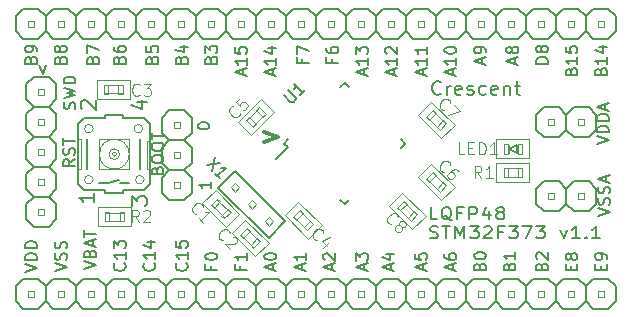
<source format=gto>
G04 #@! TF.FileFunction,Legend,Top*
%FSLAX46Y46*%
G04 Gerber Fmt 4.6, Leading zero omitted, Abs format (unit mm)*
G04 Created by KiCad (PCBNEW 4.0.1-stable) date 2016/11/05 8:31:47*
%MOMM*%
G01*
G04 APERTURE LIST*
%ADD10C,0.100000*%
%ADD11C,0.200000*%
%ADD12C,0.300000*%
%ADD13C,0.150000*%
%ADD14C,0.066040*%
%ADD15C,0.152400*%
%ADD16C,0.127000*%
%ADD17C,0.101600*%
%ADD18C,0.050800*%
%ADD19C,0.076200*%
%ADD20C,0.025400*%
G04 APERTURE END LIST*
D10*
D11*
X157921429Y-122078571D02*
X157864286Y-122135714D01*
X157692857Y-122192857D01*
X157578571Y-122192857D01*
X157407143Y-122135714D01*
X157292857Y-122021429D01*
X157235714Y-121907143D01*
X157178571Y-121678571D01*
X157178571Y-121507143D01*
X157235714Y-121278571D01*
X157292857Y-121164286D01*
X157407143Y-121050000D01*
X157578571Y-120992857D01*
X157692857Y-120992857D01*
X157864286Y-121050000D01*
X157921429Y-121107143D01*
X158435714Y-122192857D02*
X158435714Y-121392857D01*
X158435714Y-121621429D02*
X158492857Y-121507143D01*
X158550000Y-121450000D01*
X158664286Y-121392857D01*
X158778571Y-121392857D01*
X159635714Y-122135714D02*
X159521428Y-122192857D01*
X159292857Y-122192857D01*
X159178571Y-122135714D01*
X159121428Y-122021429D01*
X159121428Y-121564286D01*
X159178571Y-121450000D01*
X159292857Y-121392857D01*
X159521428Y-121392857D01*
X159635714Y-121450000D01*
X159692857Y-121564286D01*
X159692857Y-121678571D01*
X159121428Y-121792857D01*
X160149999Y-122135714D02*
X160264285Y-122192857D01*
X160492857Y-122192857D01*
X160607142Y-122135714D01*
X160664285Y-122021429D01*
X160664285Y-121964286D01*
X160607142Y-121850000D01*
X160492857Y-121792857D01*
X160321428Y-121792857D01*
X160207142Y-121735714D01*
X160149999Y-121621429D01*
X160149999Y-121564286D01*
X160207142Y-121450000D01*
X160321428Y-121392857D01*
X160492857Y-121392857D01*
X160607142Y-121450000D01*
X161692857Y-122135714D02*
X161578571Y-122192857D01*
X161350000Y-122192857D01*
X161235714Y-122135714D01*
X161178571Y-122078571D01*
X161121428Y-121964286D01*
X161121428Y-121621429D01*
X161178571Y-121507143D01*
X161235714Y-121450000D01*
X161350000Y-121392857D01*
X161578571Y-121392857D01*
X161692857Y-121450000D01*
X162664285Y-122135714D02*
X162549999Y-122192857D01*
X162321428Y-122192857D01*
X162207142Y-122135714D01*
X162149999Y-122021429D01*
X162149999Y-121564286D01*
X162207142Y-121450000D01*
X162321428Y-121392857D01*
X162549999Y-121392857D01*
X162664285Y-121450000D01*
X162721428Y-121564286D01*
X162721428Y-121678571D01*
X162149999Y-121792857D01*
X163235713Y-121392857D02*
X163235713Y-122192857D01*
X163235713Y-121507143D02*
X163292856Y-121450000D01*
X163407142Y-121392857D01*
X163578570Y-121392857D01*
X163692856Y-121450000D01*
X163749999Y-121564286D01*
X163749999Y-122192857D01*
X164149999Y-121392857D02*
X164607142Y-121392857D01*
X164321427Y-120992857D02*
X164321427Y-122021429D01*
X164378570Y-122135714D01*
X164492856Y-122192857D01*
X164607142Y-122192857D01*
X157607143Y-132702381D02*
X157035714Y-132702381D01*
X157035714Y-131702381D01*
X158807143Y-132797619D02*
X158692858Y-132750000D01*
X158578572Y-132654762D01*
X158407143Y-132511905D01*
X158292858Y-132464286D01*
X158178572Y-132464286D01*
X158235715Y-132702381D02*
X158121429Y-132654762D01*
X158007143Y-132559524D01*
X157950000Y-132369048D01*
X157950000Y-132035714D01*
X158007143Y-131845238D01*
X158121429Y-131750000D01*
X158235715Y-131702381D01*
X158464286Y-131702381D01*
X158578572Y-131750000D01*
X158692858Y-131845238D01*
X158750000Y-132035714D01*
X158750000Y-132369048D01*
X158692858Y-132559524D01*
X158578572Y-132654762D01*
X158464286Y-132702381D01*
X158235715Y-132702381D01*
X159664286Y-132178571D02*
X159264286Y-132178571D01*
X159264286Y-132702381D02*
X159264286Y-131702381D01*
X159835715Y-131702381D01*
X160292857Y-132702381D02*
X160292857Y-131702381D01*
X160750000Y-131702381D01*
X160864286Y-131750000D01*
X160921429Y-131797619D01*
X160978572Y-131892857D01*
X160978572Y-132035714D01*
X160921429Y-132130952D01*
X160864286Y-132178571D01*
X160750000Y-132226190D01*
X160292857Y-132226190D01*
X162007143Y-132035714D02*
X162007143Y-132702381D01*
X161721429Y-131654762D02*
X161435714Y-132369048D01*
X162178572Y-132369048D01*
X162807143Y-132130952D02*
X162692857Y-132083333D01*
X162635714Y-132035714D01*
X162578571Y-131940476D01*
X162578571Y-131892857D01*
X162635714Y-131797619D01*
X162692857Y-131750000D01*
X162807143Y-131702381D01*
X163035714Y-131702381D01*
X163150000Y-131750000D01*
X163207143Y-131797619D01*
X163264286Y-131892857D01*
X163264286Y-131940476D01*
X163207143Y-132035714D01*
X163150000Y-132083333D01*
X163035714Y-132130952D01*
X162807143Y-132130952D01*
X162692857Y-132178571D01*
X162635714Y-132226190D01*
X162578571Y-132321429D01*
X162578571Y-132511905D01*
X162635714Y-132607143D01*
X162692857Y-132654762D01*
X162807143Y-132702381D01*
X163035714Y-132702381D01*
X163150000Y-132654762D01*
X163207143Y-132607143D01*
X163264286Y-132511905D01*
X163264286Y-132321429D01*
X163207143Y-132226190D01*
X163150000Y-132178571D01*
X163035714Y-132130952D01*
X156978571Y-134254762D02*
X157150000Y-134302381D01*
X157435714Y-134302381D01*
X157550000Y-134254762D01*
X157607143Y-134207143D01*
X157664286Y-134111905D01*
X157664286Y-134016667D01*
X157607143Y-133921429D01*
X157550000Y-133873810D01*
X157435714Y-133826190D01*
X157207143Y-133778571D01*
X157092857Y-133730952D01*
X157035714Y-133683333D01*
X156978571Y-133588095D01*
X156978571Y-133492857D01*
X157035714Y-133397619D01*
X157092857Y-133350000D01*
X157207143Y-133302381D01*
X157492857Y-133302381D01*
X157664286Y-133350000D01*
X158007143Y-133302381D02*
X158692857Y-133302381D01*
X158350000Y-134302381D02*
X158350000Y-133302381D01*
X159092857Y-134302381D02*
X159092857Y-133302381D01*
X159492857Y-134016667D01*
X159892857Y-133302381D01*
X159892857Y-134302381D01*
X160350001Y-133302381D02*
X161092858Y-133302381D01*
X160692858Y-133683333D01*
X160864286Y-133683333D01*
X160978572Y-133730952D01*
X161035715Y-133778571D01*
X161092858Y-133873810D01*
X161092858Y-134111905D01*
X161035715Y-134207143D01*
X160978572Y-134254762D01*
X160864286Y-134302381D01*
X160521429Y-134302381D01*
X160407143Y-134254762D01*
X160350001Y-134207143D01*
X161550000Y-133397619D02*
X161607143Y-133350000D01*
X161721429Y-133302381D01*
X162007143Y-133302381D01*
X162121429Y-133350000D01*
X162178572Y-133397619D01*
X162235715Y-133492857D01*
X162235715Y-133588095D01*
X162178572Y-133730952D01*
X161492858Y-134302381D01*
X162235715Y-134302381D01*
X163150000Y-133778571D02*
X162750000Y-133778571D01*
X162750000Y-134302381D02*
X162750000Y-133302381D01*
X163321429Y-133302381D01*
X163664286Y-133302381D02*
X164407143Y-133302381D01*
X164007143Y-133683333D01*
X164178571Y-133683333D01*
X164292857Y-133730952D01*
X164350000Y-133778571D01*
X164407143Y-133873810D01*
X164407143Y-134111905D01*
X164350000Y-134207143D01*
X164292857Y-134254762D01*
X164178571Y-134302381D01*
X163835714Y-134302381D01*
X163721428Y-134254762D01*
X163664286Y-134207143D01*
X164807143Y-133302381D02*
X165607143Y-133302381D01*
X165092857Y-134302381D01*
X165950000Y-133302381D02*
X166692857Y-133302381D01*
X166292857Y-133683333D01*
X166464285Y-133683333D01*
X166578571Y-133730952D01*
X166635714Y-133778571D01*
X166692857Y-133873810D01*
X166692857Y-134111905D01*
X166635714Y-134207143D01*
X166578571Y-134254762D01*
X166464285Y-134302381D01*
X166121428Y-134302381D01*
X166007142Y-134254762D01*
X165950000Y-134207143D01*
X168007143Y-133635714D02*
X168292857Y-134302381D01*
X168578571Y-133635714D01*
X169664286Y-134302381D02*
X168978571Y-134302381D01*
X169321429Y-134302381D02*
X169321429Y-133302381D01*
X169207143Y-133445238D01*
X169092857Y-133540476D01*
X168978571Y-133588095D01*
X170178571Y-134207143D02*
X170235714Y-134254762D01*
X170178571Y-134302381D01*
X170121428Y-134254762D01*
X170178571Y-134207143D01*
X170178571Y-134302381D01*
X171378572Y-134302381D02*
X170692857Y-134302381D01*
X171035715Y-134302381D02*
X171035715Y-133302381D01*
X170921429Y-133445238D01*
X170807143Y-133540476D01*
X170692857Y-133588095D01*
X123178571Y-119204761D02*
X123226190Y-119061904D01*
X123273810Y-119014285D01*
X123369048Y-118966666D01*
X123511905Y-118966666D01*
X123607143Y-119014285D01*
X123654762Y-119061904D01*
X123702381Y-119157142D01*
X123702381Y-119538095D01*
X122702381Y-119538095D01*
X122702381Y-119204761D01*
X122750000Y-119109523D01*
X122797619Y-119061904D01*
X122892857Y-119014285D01*
X122988095Y-119014285D01*
X123083333Y-119061904D01*
X123130952Y-119109523D01*
X123178571Y-119204761D01*
X123178571Y-119538095D01*
X123702381Y-118490476D02*
X123702381Y-118300000D01*
X123654762Y-118204761D01*
X123607143Y-118157142D01*
X123464286Y-118061904D01*
X123273810Y-118014285D01*
X122892857Y-118014285D01*
X122797619Y-118061904D01*
X122750000Y-118109523D01*
X122702381Y-118204761D01*
X122702381Y-118395238D01*
X122750000Y-118490476D01*
X122797619Y-118538095D01*
X122892857Y-118585714D01*
X123130952Y-118585714D01*
X123226190Y-118538095D01*
X123273810Y-118490476D01*
X123321429Y-118395238D01*
X123321429Y-118204761D01*
X123273810Y-118109523D01*
X123226190Y-118061904D01*
X123130952Y-118014285D01*
X125678571Y-119204761D02*
X125726190Y-119061904D01*
X125773810Y-119014285D01*
X125869048Y-118966666D01*
X126011905Y-118966666D01*
X126107143Y-119014285D01*
X126154762Y-119061904D01*
X126202381Y-119157142D01*
X126202381Y-119538095D01*
X125202381Y-119538095D01*
X125202381Y-119204761D01*
X125250000Y-119109523D01*
X125297619Y-119061904D01*
X125392857Y-119014285D01*
X125488095Y-119014285D01*
X125583333Y-119061904D01*
X125630952Y-119109523D01*
X125678571Y-119204761D01*
X125678571Y-119538095D01*
X125630952Y-118395238D02*
X125583333Y-118490476D01*
X125535714Y-118538095D01*
X125440476Y-118585714D01*
X125392857Y-118585714D01*
X125297619Y-118538095D01*
X125250000Y-118490476D01*
X125202381Y-118395238D01*
X125202381Y-118204761D01*
X125250000Y-118109523D01*
X125297619Y-118061904D01*
X125392857Y-118014285D01*
X125440476Y-118014285D01*
X125535714Y-118061904D01*
X125583333Y-118109523D01*
X125630952Y-118204761D01*
X125630952Y-118395238D01*
X125678571Y-118490476D01*
X125726190Y-118538095D01*
X125821429Y-118585714D01*
X126011905Y-118585714D01*
X126107143Y-118538095D01*
X126154762Y-118490476D01*
X126202381Y-118395238D01*
X126202381Y-118204761D01*
X126154762Y-118109523D01*
X126107143Y-118061904D01*
X126011905Y-118014285D01*
X125821429Y-118014285D01*
X125726190Y-118061904D01*
X125678571Y-118109523D01*
X125630952Y-118204761D01*
X128428571Y-119204761D02*
X128476190Y-119061904D01*
X128523810Y-119014285D01*
X128619048Y-118966666D01*
X128761905Y-118966666D01*
X128857143Y-119014285D01*
X128904762Y-119061904D01*
X128952381Y-119157142D01*
X128952381Y-119538095D01*
X127952381Y-119538095D01*
X127952381Y-119204761D01*
X128000000Y-119109523D01*
X128047619Y-119061904D01*
X128142857Y-119014285D01*
X128238095Y-119014285D01*
X128333333Y-119061904D01*
X128380952Y-119109523D01*
X128428571Y-119204761D01*
X128428571Y-119538095D01*
X127952381Y-118633333D02*
X127952381Y-117966666D01*
X128952381Y-118395238D01*
X130678571Y-119204761D02*
X130726190Y-119061904D01*
X130773810Y-119014285D01*
X130869048Y-118966666D01*
X131011905Y-118966666D01*
X131107143Y-119014285D01*
X131154762Y-119061904D01*
X131202381Y-119157142D01*
X131202381Y-119538095D01*
X130202381Y-119538095D01*
X130202381Y-119204761D01*
X130250000Y-119109523D01*
X130297619Y-119061904D01*
X130392857Y-119014285D01*
X130488095Y-119014285D01*
X130583333Y-119061904D01*
X130630952Y-119109523D01*
X130678571Y-119204761D01*
X130678571Y-119538095D01*
X130202381Y-118109523D02*
X130202381Y-118300000D01*
X130250000Y-118395238D01*
X130297619Y-118442857D01*
X130440476Y-118538095D01*
X130630952Y-118585714D01*
X131011905Y-118585714D01*
X131107143Y-118538095D01*
X131154762Y-118490476D01*
X131202381Y-118395238D01*
X131202381Y-118204761D01*
X131154762Y-118109523D01*
X131107143Y-118061904D01*
X131011905Y-118014285D01*
X130773810Y-118014285D01*
X130678571Y-118061904D01*
X130630952Y-118109523D01*
X130583333Y-118204761D01*
X130583333Y-118395238D01*
X130630952Y-118490476D01*
X130678571Y-118538095D01*
X130773810Y-118585714D01*
X133428571Y-119204761D02*
X133476190Y-119061904D01*
X133523810Y-119014285D01*
X133619048Y-118966666D01*
X133761905Y-118966666D01*
X133857143Y-119014285D01*
X133904762Y-119061904D01*
X133952381Y-119157142D01*
X133952381Y-119538095D01*
X132952381Y-119538095D01*
X132952381Y-119204761D01*
X133000000Y-119109523D01*
X133047619Y-119061904D01*
X133142857Y-119014285D01*
X133238095Y-119014285D01*
X133333333Y-119061904D01*
X133380952Y-119109523D01*
X133428571Y-119204761D01*
X133428571Y-119538095D01*
X132952381Y-118061904D02*
X132952381Y-118538095D01*
X133428571Y-118585714D01*
X133380952Y-118538095D01*
X133333333Y-118442857D01*
X133333333Y-118204761D01*
X133380952Y-118109523D01*
X133428571Y-118061904D01*
X133523810Y-118014285D01*
X133761905Y-118014285D01*
X133857143Y-118061904D01*
X133904762Y-118109523D01*
X133952381Y-118204761D01*
X133952381Y-118442857D01*
X133904762Y-118538095D01*
X133857143Y-118585714D01*
X135928571Y-119204761D02*
X135976190Y-119061904D01*
X136023810Y-119014285D01*
X136119048Y-118966666D01*
X136261905Y-118966666D01*
X136357143Y-119014285D01*
X136404762Y-119061904D01*
X136452381Y-119157142D01*
X136452381Y-119538095D01*
X135452381Y-119538095D01*
X135452381Y-119204761D01*
X135500000Y-119109523D01*
X135547619Y-119061904D01*
X135642857Y-119014285D01*
X135738095Y-119014285D01*
X135833333Y-119061904D01*
X135880952Y-119109523D01*
X135928571Y-119204761D01*
X135928571Y-119538095D01*
X135785714Y-118109523D02*
X136452381Y-118109523D01*
X135404762Y-118347619D02*
X136119048Y-118585714D01*
X136119048Y-117966666D01*
X138428571Y-119204761D02*
X138476190Y-119061904D01*
X138523810Y-119014285D01*
X138619048Y-118966666D01*
X138761905Y-118966666D01*
X138857143Y-119014285D01*
X138904762Y-119061904D01*
X138952381Y-119157142D01*
X138952381Y-119538095D01*
X137952381Y-119538095D01*
X137952381Y-119204761D01*
X138000000Y-119109523D01*
X138047619Y-119061904D01*
X138142857Y-119014285D01*
X138238095Y-119014285D01*
X138333333Y-119061904D01*
X138380952Y-119109523D01*
X138428571Y-119204761D01*
X138428571Y-119538095D01*
X137952381Y-118633333D02*
X137952381Y-118014285D01*
X138333333Y-118347619D01*
X138333333Y-118204761D01*
X138380952Y-118109523D01*
X138428571Y-118061904D01*
X138523810Y-118014285D01*
X138761905Y-118014285D01*
X138857143Y-118061904D01*
X138904762Y-118109523D01*
X138952381Y-118204761D01*
X138952381Y-118490476D01*
X138904762Y-118585714D01*
X138857143Y-118633333D01*
X141166667Y-120490476D02*
X141166667Y-120014285D01*
X141452381Y-120585714D02*
X140452381Y-120252381D01*
X141452381Y-119919047D01*
X141452381Y-119061904D02*
X141452381Y-119633333D01*
X141452381Y-119347619D02*
X140452381Y-119347619D01*
X140595238Y-119442857D01*
X140690476Y-119538095D01*
X140738095Y-119633333D01*
X140452381Y-118157142D02*
X140452381Y-118633333D01*
X140928571Y-118680952D01*
X140880952Y-118633333D01*
X140833333Y-118538095D01*
X140833333Y-118299999D01*
X140880952Y-118204761D01*
X140928571Y-118157142D01*
X141023810Y-118109523D01*
X141261905Y-118109523D01*
X141357143Y-118157142D01*
X141404762Y-118204761D01*
X141452381Y-118299999D01*
X141452381Y-118538095D01*
X141404762Y-118633333D01*
X141357143Y-118680952D01*
X143666667Y-120490476D02*
X143666667Y-120014285D01*
X143952381Y-120585714D02*
X142952381Y-120252381D01*
X143952381Y-119919047D01*
X143952381Y-119061904D02*
X143952381Y-119633333D01*
X143952381Y-119347619D02*
X142952381Y-119347619D01*
X143095238Y-119442857D01*
X143190476Y-119538095D01*
X143238095Y-119633333D01*
X143285714Y-118204761D02*
X143952381Y-118204761D01*
X142904762Y-118442857D02*
X143619048Y-118680952D01*
X143619048Y-118061904D01*
X146178571Y-119133333D02*
X146178571Y-119466667D01*
X146702381Y-119466667D02*
X145702381Y-119466667D01*
X145702381Y-118990476D01*
X145702381Y-118704762D02*
X145702381Y-118038095D01*
X146702381Y-118466667D01*
X148678571Y-119133333D02*
X148678571Y-119466667D01*
X149202381Y-119466667D02*
X148202381Y-119466667D01*
X148202381Y-118990476D01*
X148202381Y-118180952D02*
X148202381Y-118371429D01*
X148250000Y-118466667D01*
X148297619Y-118514286D01*
X148440476Y-118609524D01*
X148630952Y-118657143D01*
X149011905Y-118657143D01*
X149107143Y-118609524D01*
X149154762Y-118561905D01*
X149202381Y-118466667D01*
X149202381Y-118276190D01*
X149154762Y-118180952D01*
X149107143Y-118133333D01*
X149011905Y-118085714D01*
X148773810Y-118085714D01*
X148678571Y-118133333D01*
X148630952Y-118180952D01*
X148583333Y-118276190D01*
X148583333Y-118466667D01*
X148630952Y-118561905D01*
X148678571Y-118609524D01*
X148773810Y-118657143D01*
X151416667Y-120490476D02*
X151416667Y-120014285D01*
X151702381Y-120585714D02*
X150702381Y-120252381D01*
X151702381Y-119919047D01*
X151702381Y-119061904D02*
X151702381Y-119633333D01*
X151702381Y-119347619D02*
X150702381Y-119347619D01*
X150845238Y-119442857D01*
X150940476Y-119538095D01*
X150988095Y-119633333D01*
X150702381Y-118728571D02*
X150702381Y-118109523D01*
X151083333Y-118442857D01*
X151083333Y-118299999D01*
X151130952Y-118204761D01*
X151178571Y-118157142D01*
X151273810Y-118109523D01*
X151511905Y-118109523D01*
X151607143Y-118157142D01*
X151654762Y-118204761D01*
X151702381Y-118299999D01*
X151702381Y-118585714D01*
X151654762Y-118680952D01*
X151607143Y-118728571D01*
X153916667Y-120490476D02*
X153916667Y-120014285D01*
X154202381Y-120585714D02*
X153202381Y-120252381D01*
X154202381Y-119919047D01*
X154202381Y-119061904D02*
X154202381Y-119633333D01*
X154202381Y-119347619D02*
X153202381Y-119347619D01*
X153345238Y-119442857D01*
X153440476Y-119538095D01*
X153488095Y-119633333D01*
X153297619Y-118680952D02*
X153250000Y-118633333D01*
X153202381Y-118538095D01*
X153202381Y-118299999D01*
X153250000Y-118204761D01*
X153297619Y-118157142D01*
X153392857Y-118109523D01*
X153488095Y-118109523D01*
X153630952Y-118157142D01*
X154202381Y-118728571D01*
X154202381Y-118109523D01*
X156416667Y-120490476D02*
X156416667Y-120014285D01*
X156702381Y-120585714D02*
X155702381Y-120252381D01*
X156702381Y-119919047D01*
X156702381Y-119061904D02*
X156702381Y-119633333D01*
X156702381Y-119347619D02*
X155702381Y-119347619D01*
X155845238Y-119442857D01*
X155940476Y-119538095D01*
X155988095Y-119633333D01*
X156702381Y-118109523D02*
X156702381Y-118680952D01*
X156702381Y-118395238D02*
X155702381Y-118395238D01*
X155845238Y-118490476D01*
X155940476Y-118585714D01*
X155988095Y-118680952D01*
X158916667Y-120490476D02*
X158916667Y-120014285D01*
X159202381Y-120585714D02*
X158202381Y-120252381D01*
X159202381Y-119919047D01*
X159202381Y-119061904D02*
X159202381Y-119633333D01*
X159202381Y-119347619D02*
X158202381Y-119347619D01*
X158345238Y-119442857D01*
X158440476Y-119538095D01*
X158488095Y-119633333D01*
X158202381Y-118442857D02*
X158202381Y-118347618D01*
X158250000Y-118252380D01*
X158297619Y-118204761D01*
X158392857Y-118157142D01*
X158583333Y-118109523D01*
X158821429Y-118109523D01*
X159011905Y-118157142D01*
X159107143Y-118204761D01*
X159154762Y-118252380D01*
X159202381Y-118347618D01*
X159202381Y-118442857D01*
X159154762Y-118538095D01*
X159107143Y-118585714D01*
X159011905Y-118633333D01*
X158821429Y-118680952D01*
X158583333Y-118680952D01*
X158392857Y-118633333D01*
X158297619Y-118585714D01*
X158250000Y-118538095D01*
X158202381Y-118442857D01*
X161416667Y-119514286D02*
X161416667Y-119038095D01*
X161702381Y-119609524D02*
X160702381Y-119276191D01*
X161702381Y-118942857D01*
X161702381Y-118561905D02*
X161702381Y-118371429D01*
X161654762Y-118276190D01*
X161607143Y-118228571D01*
X161464286Y-118133333D01*
X161273810Y-118085714D01*
X160892857Y-118085714D01*
X160797619Y-118133333D01*
X160750000Y-118180952D01*
X160702381Y-118276190D01*
X160702381Y-118466667D01*
X160750000Y-118561905D01*
X160797619Y-118609524D01*
X160892857Y-118657143D01*
X161130952Y-118657143D01*
X161226190Y-118609524D01*
X161273810Y-118561905D01*
X161321429Y-118466667D01*
X161321429Y-118276190D01*
X161273810Y-118180952D01*
X161226190Y-118133333D01*
X161130952Y-118085714D01*
X164166667Y-119514286D02*
X164166667Y-119038095D01*
X164452381Y-119609524D02*
X163452381Y-119276191D01*
X164452381Y-118942857D01*
X163880952Y-118466667D02*
X163833333Y-118561905D01*
X163785714Y-118609524D01*
X163690476Y-118657143D01*
X163642857Y-118657143D01*
X163547619Y-118609524D01*
X163500000Y-118561905D01*
X163452381Y-118466667D01*
X163452381Y-118276190D01*
X163500000Y-118180952D01*
X163547619Y-118133333D01*
X163642857Y-118085714D01*
X163690476Y-118085714D01*
X163785714Y-118133333D01*
X163833333Y-118180952D01*
X163880952Y-118276190D01*
X163880952Y-118466667D01*
X163928571Y-118561905D01*
X163976190Y-118609524D01*
X164071429Y-118657143D01*
X164261905Y-118657143D01*
X164357143Y-118609524D01*
X164404762Y-118561905D01*
X164452381Y-118466667D01*
X164452381Y-118276190D01*
X164404762Y-118180952D01*
X164357143Y-118133333D01*
X164261905Y-118085714D01*
X164071429Y-118085714D01*
X163976190Y-118133333D01*
X163928571Y-118180952D01*
X163880952Y-118276190D01*
X166952381Y-119538095D02*
X165952381Y-119538095D01*
X165952381Y-119300000D01*
X166000000Y-119157142D01*
X166095238Y-119061904D01*
X166190476Y-119014285D01*
X166380952Y-118966666D01*
X166523810Y-118966666D01*
X166714286Y-119014285D01*
X166809524Y-119061904D01*
X166904762Y-119157142D01*
X166952381Y-119300000D01*
X166952381Y-119538095D01*
X166380952Y-118395238D02*
X166333333Y-118490476D01*
X166285714Y-118538095D01*
X166190476Y-118585714D01*
X166142857Y-118585714D01*
X166047619Y-118538095D01*
X166000000Y-118490476D01*
X165952381Y-118395238D01*
X165952381Y-118204761D01*
X166000000Y-118109523D01*
X166047619Y-118061904D01*
X166142857Y-118014285D01*
X166190476Y-118014285D01*
X166285714Y-118061904D01*
X166333333Y-118109523D01*
X166380952Y-118204761D01*
X166380952Y-118395238D01*
X166428571Y-118490476D01*
X166476190Y-118538095D01*
X166571429Y-118585714D01*
X166761905Y-118585714D01*
X166857143Y-118538095D01*
X166904762Y-118490476D01*
X166952381Y-118395238D01*
X166952381Y-118204761D01*
X166904762Y-118109523D01*
X166857143Y-118061904D01*
X166761905Y-118014285D01*
X166571429Y-118014285D01*
X166476190Y-118061904D01*
X166428571Y-118109523D01*
X166380952Y-118204761D01*
X168928571Y-120180952D02*
X168976190Y-120038095D01*
X169023810Y-119990476D01*
X169119048Y-119942857D01*
X169261905Y-119942857D01*
X169357143Y-119990476D01*
X169404762Y-120038095D01*
X169452381Y-120133333D01*
X169452381Y-120514286D01*
X168452381Y-120514286D01*
X168452381Y-120180952D01*
X168500000Y-120085714D01*
X168547619Y-120038095D01*
X168642857Y-119990476D01*
X168738095Y-119990476D01*
X168833333Y-120038095D01*
X168880952Y-120085714D01*
X168928571Y-120180952D01*
X168928571Y-120514286D01*
X169452381Y-118990476D02*
X169452381Y-119561905D01*
X169452381Y-119276191D02*
X168452381Y-119276191D01*
X168595238Y-119371429D01*
X168690476Y-119466667D01*
X168738095Y-119561905D01*
X168452381Y-118085714D02*
X168452381Y-118561905D01*
X168928571Y-118609524D01*
X168880952Y-118561905D01*
X168833333Y-118466667D01*
X168833333Y-118228571D01*
X168880952Y-118133333D01*
X168928571Y-118085714D01*
X169023810Y-118038095D01*
X169261905Y-118038095D01*
X169357143Y-118085714D01*
X169404762Y-118133333D01*
X169452381Y-118228571D01*
X169452381Y-118466667D01*
X169404762Y-118561905D01*
X169357143Y-118609524D01*
X171428571Y-120180952D02*
X171476190Y-120038095D01*
X171523810Y-119990476D01*
X171619048Y-119942857D01*
X171761905Y-119942857D01*
X171857143Y-119990476D01*
X171904762Y-120038095D01*
X171952381Y-120133333D01*
X171952381Y-120514286D01*
X170952381Y-120514286D01*
X170952381Y-120180952D01*
X171000000Y-120085714D01*
X171047619Y-120038095D01*
X171142857Y-119990476D01*
X171238095Y-119990476D01*
X171333333Y-120038095D01*
X171380952Y-120085714D01*
X171428571Y-120180952D01*
X171428571Y-120514286D01*
X171952381Y-118990476D02*
X171952381Y-119561905D01*
X171952381Y-119276191D02*
X170952381Y-119276191D01*
X171095238Y-119371429D01*
X171190476Y-119466667D01*
X171238095Y-119561905D01*
X171285714Y-118133333D02*
X171952381Y-118133333D01*
X170904762Y-118371429D02*
X171619048Y-118609524D01*
X171619048Y-117990476D01*
X171428571Y-136990476D02*
X171428571Y-136657142D01*
X171952381Y-136514285D02*
X171952381Y-136990476D01*
X170952381Y-136990476D01*
X170952381Y-136514285D01*
X171952381Y-136038095D02*
X171952381Y-135847619D01*
X171904762Y-135752380D01*
X171857143Y-135704761D01*
X171714286Y-135609523D01*
X171523810Y-135561904D01*
X171142857Y-135561904D01*
X171047619Y-135609523D01*
X171000000Y-135657142D01*
X170952381Y-135752380D01*
X170952381Y-135942857D01*
X171000000Y-136038095D01*
X171047619Y-136085714D01*
X171142857Y-136133333D01*
X171380952Y-136133333D01*
X171476190Y-136085714D01*
X171523810Y-136038095D01*
X171571429Y-135942857D01*
X171571429Y-135752380D01*
X171523810Y-135657142D01*
X171476190Y-135609523D01*
X171380952Y-135561904D01*
X168928571Y-136990476D02*
X168928571Y-136657142D01*
X169452381Y-136514285D02*
X169452381Y-136990476D01*
X168452381Y-136990476D01*
X168452381Y-136514285D01*
X168880952Y-135942857D02*
X168833333Y-136038095D01*
X168785714Y-136085714D01*
X168690476Y-136133333D01*
X168642857Y-136133333D01*
X168547619Y-136085714D01*
X168500000Y-136038095D01*
X168452381Y-135942857D01*
X168452381Y-135752380D01*
X168500000Y-135657142D01*
X168547619Y-135609523D01*
X168642857Y-135561904D01*
X168690476Y-135561904D01*
X168785714Y-135609523D01*
X168833333Y-135657142D01*
X168880952Y-135752380D01*
X168880952Y-135942857D01*
X168928571Y-136038095D01*
X168976190Y-136085714D01*
X169071429Y-136133333D01*
X169261905Y-136133333D01*
X169357143Y-136085714D01*
X169404762Y-136038095D01*
X169452381Y-135942857D01*
X169452381Y-135752380D01*
X169404762Y-135657142D01*
X169357143Y-135609523D01*
X169261905Y-135561904D01*
X169071429Y-135561904D01*
X168976190Y-135609523D01*
X168928571Y-135657142D01*
X168880952Y-135752380D01*
X166428571Y-136704761D02*
X166476190Y-136561904D01*
X166523810Y-136514285D01*
X166619048Y-136466666D01*
X166761905Y-136466666D01*
X166857143Y-136514285D01*
X166904762Y-136561904D01*
X166952381Y-136657142D01*
X166952381Y-137038095D01*
X165952381Y-137038095D01*
X165952381Y-136704761D01*
X166000000Y-136609523D01*
X166047619Y-136561904D01*
X166142857Y-136514285D01*
X166238095Y-136514285D01*
X166333333Y-136561904D01*
X166380952Y-136609523D01*
X166428571Y-136704761D01*
X166428571Y-137038095D01*
X166047619Y-136085714D02*
X166000000Y-136038095D01*
X165952381Y-135942857D01*
X165952381Y-135704761D01*
X166000000Y-135609523D01*
X166047619Y-135561904D01*
X166142857Y-135514285D01*
X166238095Y-135514285D01*
X166380952Y-135561904D01*
X166952381Y-136133333D01*
X166952381Y-135514285D01*
X163678571Y-136704761D02*
X163726190Y-136561904D01*
X163773810Y-136514285D01*
X163869048Y-136466666D01*
X164011905Y-136466666D01*
X164107143Y-136514285D01*
X164154762Y-136561904D01*
X164202381Y-136657142D01*
X164202381Y-137038095D01*
X163202381Y-137038095D01*
X163202381Y-136704761D01*
X163250000Y-136609523D01*
X163297619Y-136561904D01*
X163392857Y-136514285D01*
X163488095Y-136514285D01*
X163583333Y-136561904D01*
X163630952Y-136609523D01*
X163678571Y-136704761D01*
X163678571Y-137038095D01*
X164202381Y-135514285D02*
X164202381Y-136085714D01*
X164202381Y-135800000D02*
X163202381Y-135800000D01*
X163345238Y-135895238D01*
X163440476Y-135990476D01*
X163488095Y-136085714D01*
X161178571Y-136704761D02*
X161226190Y-136561904D01*
X161273810Y-136514285D01*
X161369048Y-136466666D01*
X161511905Y-136466666D01*
X161607143Y-136514285D01*
X161654762Y-136561904D01*
X161702381Y-136657142D01*
X161702381Y-137038095D01*
X160702381Y-137038095D01*
X160702381Y-136704761D01*
X160750000Y-136609523D01*
X160797619Y-136561904D01*
X160892857Y-136514285D01*
X160988095Y-136514285D01*
X161083333Y-136561904D01*
X161130952Y-136609523D01*
X161178571Y-136704761D01*
X161178571Y-137038095D01*
X160702381Y-135847619D02*
X160702381Y-135752380D01*
X160750000Y-135657142D01*
X160797619Y-135609523D01*
X160892857Y-135561904D01*
X161083333Y-135514285D01*
X161321429Y-135514285D01*
X161511905Y-135561904D01*
X161607143Y-135609523D01*
X161654762Y-135657142D01*
X161702381Y-135752380D01*
X161702381Y-135847619D01*
X161654762Y-135942857D01*
X161607143Y-135990476D01*
X161511905Y-136038095D01*
X161321429Y-136085714D01*
X161083333Y-136085714D01*
X160892857Y-136038095D01*
X160797619Y-135990476D01*
X160750000Y-135942857D01*
X160702381Y-135847619D01*
X158916667Y-137014286D02*
X158916667Y-136538095D01*
X159202381Y-137109524D02*
X158202381Y-136776191D01*
X159202381Y-136442857D01*
X158202381Y-135680952D02*
X158202381Y-135871429D01*
X158250000Y-135966667D01*
X158297619Y-136014286D01*
X158440476Y-136109524D01*
X158630952Y-136157143D01*
X159011905Y-136157143D01*
X159107143Y-136109524D01*
X159154762Y-136061905D01*
X159202381Y-135966667D01*
X159202381Y-135776190D01*
X159154762Y-135680952D01*
X159107143Y-135633333D01*
X159011905Y-135585714D01*
X158773810Y-135585714D01*
X158678571Y-135633333D01*
X158630952Y-135680952D01*
X158583333Y-135776190D01*
X158583333Y-135966667D01*
X158630952Y-136061905D01*
X158678571Y-136109524D01*
X158773810Y-136157143D01*
X156416667Y-137014286D02*
X156416667Y-136538095D01*
X156702381Y-137109524D02*
X155702381Y-136776191D01*
X156702381Y-136442857D01*
X155702381Y-135633333D02*
X155702381Y-136109524D01*
X156178571Y-136157143D01*
X156130952Y-136109524D01*
X156083333Y-136014286D01*
X156083333Y-135776190D01*
X156130952Y-135680952D01*
X156178571Y-135633333D01*
X156273810Y-135585714D01*
X156511905Y-135585714D01*
X156607143Y-135633333D01*
X156654762Y-135680952D01*
X156702381Y-135776190D01*
X156702381Y-136014286D01*
X156654762Y-136109524D01*
X156607143Y-136157143D01*
X153666667Y-137014286D02*
X153666667Y-136538095D01*
X153952381Y-137109524D02*
X152952381Y-136776191D01*
X153952381Y-136442857D01*
X153285714Y-135680952D02*
X153952381Y-135680952D01*
X152904762Y-135919048D02*
X153619048Y-136157143D01*
X153619048Y-135538095D01*
X151416667Y-137014286D02*
X151416667Y-136538095D01*
X151702381Y-137109524D02*
X150702381Y-136776191D01*
X151702381Y-136442857D01*
X150702381Y-136204762D02*
X150702381Y-135585714D01*
X151083333Y-135919048D01*
X151083333Y-135776190D01*
X151130952Y-135680952D01*
X151178571Y-135633333D01*
X151273810Y-135585714D01*
X151511905Y-135585714D01*
X151607143Y-135633333D01*
X151654762Y-135680952D01*
X151702381Y-135776190D01*
X151702381Y-136061905D01*
X151654762Y-136157143D01*
X151607143Y-136204762D01*
X148666667Y-137014286D02*
X148666667Y-136538095D01*
X148952381Y-137109524D02*
X147952381Y-136776191D01*
X148952381Y-136442857D01*
X148047619Y-136157143D02*
X148000000Y-136109524D01*
X147952381Y-136014286D01*
X147952381Y-135776190D01*
X148000000Y-135680952D01*
X148047619Y-135633333D01*
X148142857Y-135585714D01*
X148238095Y-135585714D01*
X148380952Y-135633333D01*
X148952381Y-136204762D01*
X148952381Y-135585714D01*
X146166667Y-137014286D02*
X146166667Y-136538095D01*
X146452381Y-137109524D02*
X145452381Y-136776191D01*
X146452381Y-136442857D01*
X146452381Y-135585714D02*
X146452381Y-136157143D01*
X146452381Y-135871429D02*
X145452381Y-135871429D01*
X145595238Y-135966667D01*
X145690476Y-136061905D01*
X145738095Y-136157143D01*
X143666667Y-137014286D02*
X143666667Y-136538095D01*
X143952381Y-137109524D02*
X142952381Y-136776191D01*
X143952381Y-136442857D01*
X142952381Y-135919048D02*
X142952381Y-135823809D01*
X143000000Y-135728571D01*
X143047619Y-135680952D01*
X143142857Y-135633333D01*
X143333333Y-135585714D01*
X143571429Y-135585714D01*
X143761905Y-135633333D01*
X143857143Y-135680952D01*
X143904762Y-135728571D01*
X143952381Y-135823809D01*
X143952381Y-135919048D01*
X143904762Y-136014286D01*
X143857143Y-136061905D01*
X143761905Y-136109524D01*
X143571429Y-136157143D01*
X143333333Y-136157143D01*
X143142857Y-136109524D01*
X143047619Y-136061905D01*
X143000000Y-136014286D01*
X142952381Y-135919048D01*
X140928571Y-136633333D02*
X140928571Y-136966667D01*
X141452381Y-136966667D02*
X140452381Y-136966667D01*
X140452381Y-136490476D01*
X141452381Y-135585714D02*
X141452381Y-136157143D01*
X141452381Y-135871429D02*
X140452381Y-135871429D01*
X140595238Y-135966667D01*
X140690476Y-136061905D01*
X140738095Y-136157143D01*
X138428571Y-136633333D02*
X138428571Y-136966667D01*
X138952381Y-136966667D02*
X137952381Y-136966667D01*
X137952381Y-136490476D01*
X137952381Y-135919048D02*
X137952381Y-135823809D01*
X138000000Y-135728571D01*
X138047619Y-135680952D01*
X138142857Y-135633333D01*
X138333333Y-135585714D01*
X138571429Y-135585714D01*
X138761905Y-135633333D01*
X138857143Y-135680952D01*
X138904762Y-135728571D01*
X138952381Y-135823809D01*
X138952381Y-135919048D01*
X138904762Y-136014286D01*
X138857143Y-136061905D01*
X138761905Y-136109524D01*
X138571429Y-136157143D01*
X138333333Y-136157143D01*
X138142857Y-136109524D01*
X138047619Y-136061905D01*
X138000000Y-136014286D01*
X137952381Y-135919048D01*
X136357143Y-136442857D02*
X136404762Y-136490476D01*
X136452381Y-136633333D01*
X136452381Y-136728571D01*
X136404762Y-136871429D01*
X136309524Y-136966667D01*
X136214286Y-137014286D01*
X136023810Y-137061905D01*
X135880952Y-137061905D01*
X135690476Y-137014286D01*
X135595238Y-136966667D01*
X135500000Y-136871429D01*
X135452381Y-136728571D01*
X135452381Y-136633333D01*
X135500000Y-136490476D01*
X135547619Y-136442857D01*
X136452381Y-135490476D02*
X136452381Y-136061905D01*
X136452381Y-135776191D02*
X135452381Y-135776191D01*
X135595238Y-135871429D01*
X135690476Y-135966667D01*
X135738095Y-136061905D01*
X135452381Y-134585714D02*
X135452381Y-135061905D01*
X135928571Y-135109524D01*
X135880952Y-135061905D01*
X135833333Y-134966667D01*
X135833333Y-134728571D01*
X135880952Y-134633333D01*
X135928571Y-134585714D01*
X136023810Y-134538095D01*
X136261905Y-134538095D01*
X136357143Y-134585714D01*
X136404762Y-134633333D01*
X136452381Y-134728571D01*
X136452381Y-134966667D01*
X136404762Y-135061905D01*
X136357143Y-135109524D01*
X133607143Y-136442857D02*
X133654762Y-136490476D01*
X133702381Y-136633333D01*
X133702381Y-136728571D01*
X133654762Y-136871429D01*
X133559524Y-136966667D01*
X133464286Y-137014286D01*
X133273810Y-137061905D01*
X133130952Y-137061905D01*
X132940476Y-137014286D01*
X132845238Y-136966667D01*
X132750000Y-136871429D01*
X132702381Y-136728571D01*
X132702381Y-136633333D01*
X132750000Y-136490476D01*
X132797619Y-136442857D01*
X133702381Y-135490476D02*
X133702381Y-136061905D01*
X133702381Y-135776191D02*
X132702381Y-135776191D01*
X132845238Y-135871429D01*
X132940476Y-135966667D01*
X132988095Y-136061905D01*
X133035714Y-134633333D02*
X133702381Y-134633333D01*
X132654762Y-134871429D02*
X133369048Y-135109524D01*
X133369048Y-134490476D01*
X171102381Y-126361905D02*
X172102381Y-126028572D01*
X171102381Y-125695238D01*
X172102381Y-125361905D02*
X171102381Y-125361905D01*
X171102381Y-125123810D01*
X171150000Y-124980952D01*
X171245238Y-124885714D01*
X171340476Y-124838095D01*
X171530952Y-124790476D01*
X171673810Y-124790476D01*
X171864286Y-124838095D01*
X171959524Y-124885714D01*
X172054762Y-124980952D01*
X172102381Y-125123810D01*
X172102381Y-125361905D01*
X172102381Y-124361905D02*
X171102381Y-124361905D01*
X171102381Y-124123810D01*
X171150000Y-123980952D01*
X171245238Y-123885714D01*
X171340476Y-123838095D01*
X171530952Y-123790476D01*
X171673810Y-123790476D01*
X171864286Y-123838095D01*
X171959524Y-123885714D01*
X172054762Y-123980952D01*
X172102381Y-124123810D01*
X172102381Y-124361905D01*
X171816667Y-123409524D02*
X171816667Y-122933333D01*
X172102381Y-123504762D02*
X171102381Y-123171429D01*
X172102381Y-122838095D01*
X171202381Y-132414286D02*
X172202381Y-132080953D01*
X171202381Y-131747619D01*
X172154762Y-131461905D02*
X172202381Y-131319048D01*
X172202381Y-131080952D01*
X172154762Y-130985714D01*
X172107143Y-130938095D01*
X172011905Y-130890476D01*
X171916667Y-130890476D01*
X171821429Y-130938095D01*
X171773810Y-130985714D01*
X171726190Y-131080952D01*
X171678571Y-131271429D01*
X171630952Y-131366667D01*
X171583333Y-131414286D01*
X171488095Y-131461905D01*
X171392857Y-131461905D01*
X171297619Y-131414286D01*
X171250000Y-131366667D01*
X171202381Y-131271429D01*
X171202381Y-131033333D01*
X171250000Y-130890476D01*
X172154762Y-130509524D02*
X172202381Y-130366667D01*
X172202381Y-130128571D01*
X172154762Y-130033333D01*
X172107143Y-129985714D01*
X172011905Y-129938095D01*
X171916667Y-129938095D01*
X171821429Y-129985714D01*
X171773810Y-130033333D01*
X171726190Y-130128571D01*
X171678571Y-130319048D01*
X171630952Y-130414286D01*
X171583333Y-130461905D01*
X171488095Y-130509524D01*
X171392857Y-130509524D01*
X171297619Y-130461905D01*
X171250000Y-130414286D01*
X171202381Y-130319048D01*
X171202381Y-130080952D01*
X171250000Y-129938095D01*
X171916667Y-129557143D02*
X171916667Y-129080952D01*
X172202381Y-129652381D02*
X171202381Y-129319048D01*
X172202381Y-128985714D01*
X133878571Y-128557142D02*
X133926190Y-128414285D01*
X133973810Y-128366666D01*
X134069048Y-128319047D01*
X134211905Y-128319047D01*
X134307143Y-128366666D01*
X134354762Y-128414285D01*
X134402381Y-128509523D01*
X134402381Y-128890476D01*
X133402381Y-128890476D01*
X133402381Y-128557142D01*
X133450000Y-128461904D01*
X133497619Y-128414285D01*
X133592857Y-128366666D01*
X133688095Y-128366666D01*
X133783333Y-128414285D01*
X133830952Y-128461904D01*
X133878571Y-128557142D01*
X133878571Y-128890476D01*
X133402381Y-127700000D02*
X133402381Y-127509523D01*
X133450000Y-127414285D01*
X133545238Y-127319047D01*
X133735714Y-127271428D01*
X134069048Y-127271428D01*
X134259524Y-127319047D01*
X134354762Y-127414285D01*
X134402381Y-127509523D01*
X134402381Y-127700000D01*
X134354762Y-127795238D01*
X134259524Y-127890476D01*
X134069048Y-127938095D01*
X133735714Y-127938095D01*
X133545238Y-127890476D01*
X133450000Y-127795238D01*
X133402381Y-127700000D01*
X133402381Y-126652381D02*
X133402381Y-126461904D01*
X133450000Y-126366666D01*
X133545238Y-126271428D01*
X133735714Y-126223809D01*
X134069048Y-126223809D01*
X134259524Y-126271428D01*
X134354762Y-126366666D01*
X134402381Y-126461904D01*
X134402381Y-126652381D01*
X134354762Y-126747619D01*
X134259524Y-126842857D01*
X134069048Y-126890476D01*
X133735714Y-126890476D01*
X133545238Y-126842857D01*
X133450000Y-126747619D01*
X133402381Y-126652381D01*
X133402381Y-125938095D02*
X133402381Y-125366666D01*
X134402381Y-125652381D02*
X133402381Y-125652381D01*
X137302381Y-124847619D02*
X137302381Y-124752380D01*
X137350000Y-124657142D01*
X137397619Y-124609523D01*
X137492857Y-124561904D01*
X137683333Y-124514285D01*
X137921429Y-124514285D01*
X138111905Y-124561904D01*
X138207143Y-124609523D01*
X138254762Y-124657142D01*
X138302381Y-124752380D01*
X138302381Y-124847619D01*
X138254762Y-124942857D01*
X138207143Y-124990476D01*
X138111905Y-125038095D01*
X137921429Y-125085714D01*
X137683333Y-125085714D01*
X137492857Y-125038095D01*
X137397619Y-124990476D01*
X137350000Y-124942857D01*
X137302381Y-124847619D01*
X126902381Y-127647619D02*
X126426190Y-127980953D01*
X126902381Y-128219048D02*
X125902381Y-128219048D01*
X125902381Y-127838095D01*
X125950000Y-127742857D01*
X125997619Y-127695238D01*
X126092857Y-127647619D01*
X126235714Y-127647619D01*
X126330952Y-127695238D01*
X126378571Y-127742857D01*
X126426190Y-127838095D01*
X126426190Y-128219048D01*
X126854762Y-127266667D02*
X126902381Y-127123810D01*
X126902381Y-126885714D01*
X126854762Y-126790476D01*
X126807143Y-126742857D01*
X126711905Y-126695238D01*
X126616667Y-126695238D01*
X126521429Y-126742857D01*
X126473810Y-126790476D01*
X126426190Y-126885714D01*
X126378571Y-127076191D01*
X126330952Y-127171429D01*
X126283333Y-127219048D01*
X126188095Y-127266667D01*
X126092857Y-127266667D01*
X125997619Y-127219048D01*
X125950000Y-127171429D01*
X125902381Y-127076191D01*
X125902381Y-126838095D01*
X125950000Y-126695238D01*
X125902381Y-126409524D02*
X125902381Y-125838095D01*
X126902381Y-126123810D02*
X125902381Y-126123810D01*
X126904762Y-123357143D02*
X126952381Y-123214286D01*
X126952381Y-122976190D01*
X126904762Y-122880952D01*
X126857143Y-122833333D01*
X126761905Y-122785714D01*
X126666667Y-122785714D01*
X126571429Y-122833333D01*
X126523810Y-122880952D01*
X126476190Y-122976190D01*
X126428571Y-123166667D01*
X126380952Y-123261905D01*
X126333333Y-123309524D01*
X126238095Y-123357143D01*
X126142857Y-123357143D01*
X126047619Y-123309524D01*
X126000000Y-123261905D01*
X125952381Y-123166667D01*
X125952381Y-122928571D01*
X126000000Y-122785714D01*
X125952381Y-122452381D02*
X126952381Y-122214286D01*
X126238095Y-122023809D01*
X126952381Y-121833333D01*
X125952381Y-121595238D01*
X126952381Y-121214286D02*
X125952381Y-121214286D01*
X125952381Y-120976191D01*
X126000000Y-120833333D01*
X126095238Y-120738095D01*
X126190476Y-120690476D01*
X126380952Y-120642857D01*
X126523810Y-120642857D01*
X126714286Y-120690476D01*
X126809524Y-120738095D01*
X126904762Y-120833333D01*
X126952381Y-120976191D01*
X126952381Y-121214286D01*
X124464286Y-119669048D02*
X124178571Y-120430953D01*
X123892857Y-119669048D01*
X138402381Y-129514285D02*
X138402381Y-130085714D01*
X138402381Y-129800000D02*
X137402381Y-129800000D01*
X137545238Y-129895238D01*
X137640476Y-129990476D01*
X137688095Y-130085714D01*
X131107143Y-136442857D02*
X131154762Y-136490476D01*
X131202381Y-136633333D01*
X131202381Y-136728571D01*
X131154762Y-136871429D01*
X131059524Y-136966667D01*
X130964286Y-137014286D01*
X130773810Y-137061905D01*
X130630952Y-137061905D01*
X130440476Y-137014286D01*
X130345238Y-136966667D01*
X130250000Y-136871429D01*
X130202381Y-136728571D01*
X130202381Y-136633333D01*
X130250000Y-136490476D01*
X130297619Y-136442857D01*
X131202381Y-135490476D02*
X131202381Y-136061905D01*
X131202381Y-135776191D02*
X130202381Y-135776191D01*
X130345238Y-135871429D01*
X130440476Y-135966667D01*
X130488095Y-136061905D01*
X130202381Y-135157143D02*
X130202381Y-134538095D01*
X130583333Y-134871429D01*
X130583333Y-134728571D01*
X130630952Y-134633333D01*
X130678571Y-134585714D01*
X130773810Y-134538095D01*
X131011905Y-134538095D01*
X131107143Y-134585714D01*
X131154762Y-134633333D01*
X131202381Y-134728571D01*
X131202381Y-135014286D01*
X131154762Y-135109524D01*
X131107143Y-135157143D01*
X127702381Y-136942857D02*
X128702381Y-136609524D01*
X127702381Y-136276190D01*
X128178571Y-135609523D02*
X128226190Y-135466666D01*
X128273810Y-135419047D01*
X128369048Y-135371428D01*
X128511905Y-135371428D01*
X128607143Y-135419047D01*
X128654762Y-135466666D01*
X128702381Y-135561904D01*
X128702381Y-135942857D01*
X127702381Y-135942857D01*
X127702381Y-135609523D01*
X127750000Y-135514285D01*
X127797619Y-135466666D01*
X127892857Y-135419047D01*
X127988095Y-135419047D01*
X128083333Y-135466666D01*
X128130952Y-135514285D01*
X128178571Y-135609523D01*
X128178571Y-135942857D01*
X128416667Y-134990476D02*
X128416667Y-134514285D01*
X128702381Y-135085714D02*
X127702381Y-134752381D01*
X128702381Y-134419047D01*
X127702381Y-134228571D02*
X127702381Y-133657142D01*
X128702381Y-133942857D02*
X127702381Y-133942857D01*
X125202381Y-137085714D02*
X126202381Y-136752381D01*
X125202381Y-136419047D01*
X126154762Y-136133333D02*
X126202381Y-135990476D01*
X126202381Y-135752380D01*
X126154762Y-135657142D01*
X126107143Y-135609523D01*
X126011905Y-135561904D01*
X125916667Y-135561904D01*
X125821429Y-135609523D01*
X125773810Y-135657142D01*
X125726190Y-135752380D01*
X125678571Y-135942857D01*
X125630952Y-136038095D01*
X125583333Y-136085714D01*
X125488095Y-136133333D01*
X125392857Y-136133333D01*
X125297619Y-136085714D01*
X125250000Y-136038095D01*
X125202381Y-135942857D01*
X125202381Y-135704761D01*
X125250000Y-135561904D01*
X126154762Y-135180952D02*
X126202381Y-135038095D01*
X126202381Y-134799999D01*
X126154762Y-134704761D01*
X126107143Y-134657142D01*
X126011905Y-134609523D01*
X125916667Y-134609523D01*
X125821429Y-134657142D01*
X125773810Y-134704761D01*
X125726190Y-134799999D01*
X125678571Y-134990476D01*
X125630952Y-135085714D01*
X125583333Y-135133333D01*
X125488095Y-135180952D01*
X125392857Y-135180952D01*
X125297619Y-135133333D01*
X125250000Y-135085714D01*
X125202381Y-134990476D01*
X125202381Y-134752380D01*
X125250000Y-134609523D01*
X122702381Y-137133333D02*
X123702381Y-136800000D01*
X122702381Y-136466666D01*
X123702381Y-136133333D02*
X122702381Y-136133333D01*
X122702381Y-135895238D01*
X122750000Y-135752380D01*
X122845238Y-135657142D01*
X122940476Y-135609523D01*
X123130952Y-135561904D01*
X123273810Y-135561904D01*
X123464286Y-135609523D01*
X123559524Y-135657142D01*
X123654762Y-135752380D01*
X123702381Y-135895238D01*
X123702381Y-136133333D01*
X123702381Y-135133333D02*
X122702381Y-135133333D01*
X122702381Y-134895238D01*
X122750000Y-134752380D01*
X122845238Y-134657142D01*
X122940476Y-134609523D01*
X123130952Y-134561904D01*
X123273810Y-134561904D01*
X123464286Y-134609523D01*
X123559524Y-134657142D01*
X123654762Y-134752380D01*
X123702381Y-134895238D01*
X123702381Y-135133333D01*
D12*
X142928572Y-125328571D02*
X144071429Y-125757143D01*
X142928572Y-126185714D01*
D13*
X140482233Y-128618019D02*
X144724874Y-132860660D01*
X144724874Y-132860660D02*
X143310660Y-134274874D01*
X143310660Y-134274874D02*
X139068019Y-130032233D01*
X139068019Y-130032233D02*
X140482233Y-128618019D01*
D14*
X141537236Y-131446447D02*
X141896447Y-131805657D01*
X141896447Y-131805657D02*
X142255657Y-131446447D01*
X141896447Y-131087236D02*
X142255657Y-131446447D01*
X141537236Y-131446447D02*
X141896447Y-131087236D01*
X140094739Y-130003949D02*
X140453949Y-130363159D01*
X140453949Y-130363159D02*
X140813159Y-130003949D01*
X140453949Y-129644739D02*
X140813159Y-130003949D01*
X140094739Y-130003949D02*
X140453949Y-129644739D01*
X142979734Y-132888944D02*
X143338944Y-133248155D01*
X143338944Y-133248155D02*
X143698155Y-132888944D01*
X143338944Y-132529734D02*
X143698155Y-132888944D01*
X142979734Y-132888944D02*
X143338944Y-132529734D01*
X168656000Y-139254000D02*
X169164000Y-139254000D01*
X169164000Y-139254000D02*
X169164000Y-138746000D01*
X168656000Y-138746000D02*
X169164000Y-138746000D01*
X168656000Y-139254000D02*
X168656000Y-138746000D01*
X166116000Y-139254000D02*
X166624000Y-139254000D01*
X166624000Y-139254000D02*
X166624000Y-138746000D01*
X166116000Y-138746000D02*
X166624000Y-138746000D01*
X166116000Y-139254000D02*
X166116000Y-138746000D01*
X163576000Y-139254000D02*
X164084000Y-139254000D01*
X164084000Y-139254000D02*
X164084000Y-138746000D01*
X163576000Y-138746000D02*
X164084000Y-138746000D01*
X163576000Y-139254000D02*
X163576000Y-138746000D01*
X161036000Y-139254000D02*
X161544000Y-139254000D01*
X161544000Y-139254000D02*
X161544000Y-138746000D01*
X161036000Y-138746000D02*
X161544000Y-138746000D01*
X161036000Y-139254000D02*
X161036000Y-138746000D01*
X158496000Y-139254000D02*
X159004000Y-139254000D01*
X159004000Y-139254000D02*
X159004000Y-138746000D01*
X158496000Y-138746000D02*
X159004000Y-138746000D01*
X158496000Y-139254000D02*
X158496000Y-138746000D01*
X155956000Y-139254000D02*
X156464000Y-139254000D01*
X156464000Y-139254000D02*
X156464000Y-138746000D01*
X155956000Y-138746000D02*
X156464000Y-138746000D01*
X155956000Y-139254000D02*
X155956000Y-138746000D01*
X153416000Y-139254000D02*
X153924000Y-139254000D01*
X153924000Y-139254000D02*
X153924000Y-138746000D01*
X153416000Y-138746000D02*
X153924000Y-138746000D01*
X153416000Y-139254000D02*
X153416000Y-138746000D01*
X150876000Y-139254000D02*
X151384000Y-139254000D01*
X151384000Y-139254000D02*
X151384000Y-138746000D01*
X150876000Y-138746000D02*
X151384000Y-138746000D01*
X150876000Y-139254000D02*
X150876000Y-138746000D01*
X148336000Y-139254000D02*
X148844000Y-139254000D01*
X148844000Y-139254000D02*
X148844000Y-138746000D01*
X148336000Y-138746000D02*
X148844000Y-138746000D01*
X148336000Y-139254000D02*
X148336000Y-138746000D01*
X145796000Y-139254000D02*
X146304000Y-139254000D01*
X146304000Y-139254000D02*
X146304000Y-138746000D01*
X145796000Y-138746000D02*
X146304000Y-138746000D01*
X145796000Y-139254000D02*
X145796000Y-138746000D01*
X143256000Y-139254000D02*
X143764000Y-139254000D01*
X143764000Y-139254000D02*
X143764000Y-138746000D01*
X143256000Y-138746000D02*
X143764000Y-138746000D01*
X143256000Y-139254000D02*
X143256000Y-138746000D01*
X140716000Y-139254000D02*
X141224000Y-139254000D01*
X141224000Y-139254000D02*
X141224000Y-138746000D01*
X140716000Y-138746000D02*
X141224000Y-138746000D01*
X140716000Y-139254000D02*
X140716000Y-138746000D01*
X138176000Y-139254000D02*
X138684000Y-139254000D01*
X138684000Y-139254000D02*
X138684000Y-138746000D01*
X138176000Y-138746000D02*
X138684000Y-138746000D01*
X138176000Y-139254000D02*
X138176000Y-138746000D01*
X135636000Y-139254000D02*
X136144000Y-139254000D01*
X136144000Y-139254000D02*
X136144000Y-138746000D01*
X135636000Y-138746000D02*
X136144000Y-138746000D01*
X135636000Y-139254000D02*
X135636000Y-138746000D01*
X133096000Y-139254000D02*
X133604000Y-139254000D01*
X133604000Y-139254000D02*
X133604000Y-138746000D01*
X133096000Y-138746000D02*
X133604000Y-138746000D01*
X133096000Y-139254000D02*
X133096000Y-138746000D01*
X130556000Y-139254000D02*
X131064000Y-139254000D01*
X131064000Y-139254000D02*
X131064000Y-138746000D01*
X130556000Y-138746000D02*
X131064000Y-138746000D01*
X130556000Y-139254000D02*
X130556000Y-138746000D01*
X128016000Y-139254000D02*
X128524000Y-139254000D01*
X128524000Y-139254000D02*
X128524000Y-138746000D01*
X128016000Y-138746000D02*
X128524000Y-138746000D01*
X128016000Y-139254000D02*
X128016000Y-138746000D01*
X125476000Y-139254000D02*
X125984000Y-139254000D01*
X125984000Y-139254000D02*
X125984000Y-138746000D01*
X125476000Y-138746000D02*
X125984000Y-138746000D01*
X125476000Y-139254000D02*
X125476000Y-138746000D01*
X122936000Y-139254000D02*
X123444000Y-139254000D01*
X123444000Y-139254000D02*
X123444000Y-138746000D01*
X122936000Y-138746000D02*
X123444000Y-138746000D01*
X122936000Y-139254000D02*
X122936000Y-138746000D01*
X171196000Y-139254000D02*
X171704000Y-139254000D01*
X171704000Y-139254000D02*
X171704000Y-138746000D01*
X171196000Y-138746000D02*
X171704000Y-138746000D01*
X171196000Y-139254000D02*
X171196000Y-138746000D01*
D15*
X168275000Y-137730000D02*
X169545000Y-137730000D01*
X169545000Y-137730000D02*
X170180000Y-138365000D01*
X170180000Y-138365000D02*
X170180000Y-139635000D01*
X170180000Y-139635000D02*
X169545000Y-140270000D01*
X165100000Y-138365000D02*
X165735000Y-137730000D01*
X165735000Y-137730000D02*
X167005000Y-137730000D01*
X167005000Y-137730000D02*
X167640000Y-138365000D01*
X167640000Y-138365000D02*
X167640000Y-139635000D01*
X167640000Y-139635000D02*
X167005000Y-140270000D01*
X167005000Y-140270000D02*
X165735000Y-140270000D01*
X165735000Y-140270000D02*
X165100000Y-139635000D01*
X168275000Y-137730000D02*
X167640000Y-138365000D01*
X167640000Y-139635000D02*
X168275000Y-140270000D01*
X169545000Y-140270000D02*
X168275000Y-140270000D01*
X160655000Y-137730000D02*
X161925000Y-137730000D01*
X161925000Y-137730000D02*
X162560000Y-138365000D01*
X162560000Y-138365000D02*
X162560000Y-139635000D01*
X162560000Y-139635000D02*
X161925000Y-140270000D01*
X162560000Y-138365000D02*
X163195000Y-137730000D01*
X163195000Y-137730000D02*
X164465000Y-137730000D01*
X164465000Y-137730000D02*
X165100000Y-138365000D01*
X165100000Y-138365000D02*
X165100000Y-139635000D01*
X165100000Y-139635000D02*
X164465000Y-140270000D01*
X164465000Y-140270000D02*
X163195000Y-140270000D01*
X163195000Y-140270000D02*
X162560000Y-139635000D01*
X157480000Y-138365000D02*
X158115000Y-137730000D01*
X158115000Y-137730000D02*
X159385000Y-137730000D01*
X159385000Y-137730000D02*
X160020000Y-138365000D01*
X160020000Y-138365000D02*
X160020000Y-139635000D01*
X160020000Y-139635000D02*
X159385000Y-140270000D01*
X159385000Y-140270000D02*
X158115000Y-140270000D01*
X158115000Y-140270000D02*
X157480000Y-139635000D01*
X160655000Y-137730000D02*
X160020000Y-138365000D01*
X160020000Y-139635000D02*
X160655000Y-140270000D01*
X161925000Y-140270000D02*
X160655000Y-140270000D01*
X153035000Y-137730000D02*
X154305000Y-137730000D01*
X154305000Y-137730000D02*
X154940000Y-138365000D01*
X154940000Y-138365000D02*
X154940000Y-139635000D01*
X154940000Y-139635000D02*
X154305000Y-140270000D01*
X154940000Y-138365000D02*
X155575000Y-137730000D01*
X155575000Y-137730000D02*
X156845000Y-137730000D01*
X156845000Y-137730000D02*
X157480000Y-138365000D01*
X157480000Y-138365000D02*
X157480000Y-139635000D01*
X157480000Y-139635000D02*
X156845000Y-140270000D01*
X156845000Y-140270000D02*
X155575000Y-140270000D01*
X155575000Y-140270000D02*
X154940000Y-139635000D01*
X149860000Y-138365000D02*
X150495000Y-137730000D01*
X150495000Y-137730000D02*
X151765000Y-137730000D01*
X151765000Y-137730000D02*
X152400000Y-138365000D01*
X152400000Y-138365000D02*
X152400000Y-139635000D01*
X152400000Y-139635000D02*
X151765000Y-140270000D01*
X151765000Y-140270000D02*
X150495000Y-140270000D01*
X150495000Y-140270000D02*
X149860000Y-139635000D01*
X153035000Y-137730000D02*
X152400000Y-138365000D01*
X152400000Y-139635000D02*
X153035000Y-140270000D01*
X154305000Y-140270000D02*
X153035000Y-140270000D01*
X145415000Y-137730000D02*
X146685000Y-137730000D01*
X146685000Y-137730000D02*
X147320000Y-138365000D01*
X147320000Y-138365000D02*
X147320000Y-139635000D01*
X147320000Y-139635000D02*
X146685000Y-140270000D01*
X147320000Y-138365000D02*
X147955000Y-137730000D01*
X147955000Y-137730000D02*
X149225000Y-137730000D01*
X149225000Y-137730000D02*
X149860000Y-138365000D01*
X149860000Y-138365000D02*
X149860000Y-139635000D01*
X149860000Y-139635000D02*
X149225000Y-140270000D01*
X149225000Y-140270000D02*
X147955000Y-140270000D01*
X147955000Y-140270000D02*
X147320000Y-139635000D01*
X142240000Y-138365000D02*
X142875000Y-137730000D01*
X142875000Y-137730000D02*
X144145000Y-137730000D01*
X144145000Y-137730000D02*
X144780000Y-138365000D01*
X144780000Y-138365000D02*
X144780000Y-139635000D01*
X144780000Y-139635000D02*
X144145000Y-140270000D01*
X144145000Y-140270000D02*
X142875000Y-140270000D01*
X142875000Y-140270000D02*
X142240000Y-139635000D01*
X145415000Y-137730000D02*
X144780000Y-138365000D01*
X144780000Y-139635000D02*
X145415000Y-140270000D01*
X146685000Y-140270000D02*
X145415000Y-140270000D01*
X137795000Y-137730000D02*
X139065000Y-137730000D01*
X139065000Y-137730000D02*
X139700000Y-138365000D01*
X139700000Y-138365000D02*
X139700000Y-139635000D01*
X139700000Y-139635000D02*
X139065000Y-140270000D01*
X139700000Y-138365000D02*
X140335000Y-137730000D01*
X140335000Y-137730000D02*
X141605000Y-137730000D01*
X141605000Y-137730000D02*
X142240000Y-138365000D01*
X142240000Y-138365000D02*
X142240000Y-139635000D01*
X142240000Y-139635000D02*
X141605000Y-140270000D01*
X141605000Y-140270000D02*
X140335000Y-140270000D01*
X140335000Y-140270000D02*
X139700000Y-139635000D01*
X134620000Y-138365000D02*
X135255000Y-137730000D01*
X135255000Y-137730000D02*
X136525000Y-137730000D01*
X136525000Y-137730000D02*
X137160000Y-138365000D01*
X137160000Y-138365000D02*
X137160000Y-139635000D01*
X137160000Y-139635000D02*
X136525000Y-140270000D01*
X136525000Y-140270000D02*
X135255000Y-140270000D01*
X135255000Y-140270000D02*
X134620000Y-139635000D01*
X137795000Y-137730000D02*
X137160000Y-138365000D01*
X137160000Y-139635000D02*
X137795000Y-140270000D01*
X139065000Y-140270000D02*
X137795000Y-140270000D01*
X130175000Y-137730000D02*
X131445000Y-137730000D01*
X131445000Y-137730000D02*
X132080000Y-138365000D01*
X132080000Y-138365000D02*
X132080000Y-139635000D01*
X132080000Y-139635000D02*
X131445000Y-140270000D01*
X132080000Y-138365000D02*
X132715000Y-137730000D01*
X132715000Y-137730000D02*
X133985000Y-137730000D01*
X133985000Y-137730000D02*
X134620000Y-138365000D01*
X134620000Y-138365000D02*
X134620000Y-139635000D01*
X134620000Y-139635000D02*
X133985000Y-140270000D01*
X133985000Y-140270000D02*
X132715000Y-140270000D01*
X132715000Y-140270000D02*
X132080000Y-139635000D01*
X127000000Y-138365000D02*
X127635000Y-137730000D01*
X127635000Y-137730000D02*
X128905000Y-137730000D01*
X128905000Y-137730000D02*
X129540000Y-138365000D01*
X129540000Y-138365000D02*
X129540000Y-139635000D01*
X129540000Y-139635000D02*
X128905000Y-140270000D01*
X128905000Y-140270000D02*
X127635000Y-140270000D01*
X127635000Y-140270000D02*
X127000000Y-139635000D01*
X130175000Y-137730000D02*
X129540000Y-138365000D01*
X129540000Y-139635000D02*
X130175000Y-140270000D01*
X131445000Y-140270000D02*
X130175000Y-140270000D01*
X122555000Y-137730000D02*
X123825000Y-137730000D01*
X123825000Y-137730000D02*
X124460000Y-138365000D01*
X124460000Y-138365000D02*
X124460000Y-139635000D01*
X124460000Y-139635000D02*
X123825000Y-140270000D01*
X124460000Y-138365000D02*
X125095000Y-137730000D01*
X125095000Y-137730000D02*
X126365000Y-137730000D01*
X126365000Y-137730000D02*
X127000000Y-138365000D01*
X127000000Y-138365000D02*
X127000000Y-139635000D01*
X127000000Y-139635000D02*
X126365000Y-140270000D01*
X126365000Y-140270000D02*
X125095000Y-140270000D01*
X125095000Y-140270000D02*
X124460000Y-139635000D01*
X121920000Y-138365000D02*
X121920000Y-139635000D01*
X122555000Y-137730000D02*
X121920000Y-138365000D01*
X121920000Y-139635000D02*
X122555000Y-140270000D01*
X123825000Y-140270000D02*
X122555000Y-140270000D01*
X170815000Y-137730000D02*
X172085000Y-137730000D01*
X172085000Y-137730000D02*
X172720000Y-138365000D01*
X172720000Y-138365000D02*
X172720000Y-139635000D01*
X172720000Y-139635000D02*
X172085000Y-140270000D01*
X170815000Y-137730000D02*
X170180000Y-138365000D01*
X170180000Y-139635000D02*
X170815000Y-140270000D01*
X172085000Y-140270000D02*
X170815000Y-140270000D01*
D14*
X168656000Y-116394000D02*
X169164000Y-116394000D01*
X169164000Y-116394000D02*
X169164000Y-115886000D01*
X168656000Y-115886000D02*
X169164000Y-115886000D01*
X168656000Y-116394000D02*
X168656000Y-115886000D01*
X166116000Y-116394000D02*
X166624000Y-116394000D01*
X166624000Y-116394000D02*
X166624000Y-115886000D01*
X166116000Y-115886000D02*
X166624000Y-115886000D01*
X166116000Y-116394000D02*
X166116000Y-115886000D01*
X163576000Y-116394000D02*
X164084000Y-116394000D01*
X164084000Y-116394000D02*
X164084000Y-115886000D01*
X163576000Y-115886000D02*
X164084000Y-115886000D01*
X163576000Y-116394000D02*
X163576000Y-115886000D01*
X161036000Y-116394000D02*
X161544000Y-116394000D01*
X161544000Y-116394000D02*
X161544000Y-115886000D01*
X161036000Y-115886000D02*
X161544000Y-115886000D01*
X161036000Y-116394000D02*
X161036000Y-115886000D01*
X158496000Y-116394000D02*
X159004000Y-116394000D01*
X159004000Y-116394000D02*
X159004000Y-115886000D01*
X158496000Y-115886000D02*
X159004000Y-115886000D01*
X158496000Y-116394000D02*
X158496000Y-115886000D01*
X155956000Y-116394000D02*
X156464000Y-116394000D01*
X156464000Y-116394000D02*
X156464000Y-115886000D01*
X155956000Y-115886000D02*
X156464000Y-115886000D01*
X155956000Y-116394000D02*
X155956000Y-115886000D01*
X153416000Y-116394000D02*
X153924000Y-116394000D01*
X153924000Y-116394000D02*
X153924000Y-115886000D01*
X153416000Y-115886000D02*
X153924000Y-115886000D01*
X153416000Y-116394000D02*
X153416000Y-115886000D01*
X150876000Y-116394000D02*
X151384000Y-116394000D01*
X151384000Y-116394000D02*
X151384000Y-115886000D01*
X150876000Y-115886000D02*
X151384000Y-115886000D01*
X150876000Y-116394000D02*
X150876000Y-115886000D01*
X148336000Y-116394000D02*
X148844000Y-116394000D01*
X148844000Y-116394000D02*
X148844000Y-115886000D01*
X148336000Y-115886000D02*
X148844000Y-115886000D01*
X148336000Y-116394000D02*
X148336000Y-115886000D01*
X145796000Y-116394000D02*
X146304000Y-116394000D01*
X146304000Y-116394000D02*
X146304000Y-115886000D01*
X145796000Y-115886000D02*
X146304000Y-115886000D01*
X145796000Y-116394000D02*
X145796000Y-115886000D01*
X143256000Y-116394000D02*
X143764000Y-116394000D01*
X143764000Y-116394000D02*
X143764000Y-115886000D01*
X143256000Y-115886000D02*
X143764000Y-115886000D01*
X143256000Y-116394000D02*
X143256000Y-115886000D01*
X140716000Y-116394000D02*
X141224000Y-116394000D01*
X141224000Y-116394000D02*
X141224000Y-115886000D01*
X140716000Y-115886000D02*
X141224000Y-115886000D01*
X140716000Y-116394000D02*
X140716000Y-115886000D01*
X138176000Y-116394000D02*
X138684000Y-116394000D01*
X138684000Y-116394000D02*
X138684000Y-115886000D01*
X138176000Y-115886000D02*
X138684000Y-115886000D01*
X138176000Y-116394000D02*
X138176000Y-115886000D01*
X135636000Y-116394000D02*
X136144000Y-116394000D01*
X136144000Y-116394000D02*
X136144000Y-115886000D01*
X135636000Y-115886000D02*
X136144000Y-115886000D01*
X135636000Y-116394000D02*
X135636000Y-115886000D01*
X133096000Y-116394000D02*
X133604000Y-116394000D01*
X133604000Y-116394000D02*
X133604000Y-115886000D01*
X133096000Y-115886000D02*
X133604000Y-115886000D01*
X133096000Y-116394000D02*
X133096000Y-115886000D01*
X130556000Y-116394000D02*
X131064000Y-116394000D01*
X131064000Y-116394000D02*
X131064000Y-115886000D01*
X130556000Y-115886000D02*
X131064000Y-115886000D01*
X130556000Y-116394000D02*
X130556000Y-115886000D01*
X128016000Y-116394000D02*
X128524000Y-116394000D01*
X128524000Y-116394000D02*
X128524000Y-115886000D01*
X128016000Y-115886000D02*
X128524000Y-115886000D01*
X128016000Y-116394000D02*
X128016000Y-115886000D01*
X125476000Y-116394000D02*
X125984000Y-116394000D01*
X125984000Y-116394000D02*
X125984000Y-115886000D01*
X125476000Y-115886000D02*
X125984000Y-115886000D01*
X125476000Y-116394000D02*
X125476000Y-115886000D01*
X122936000Y-116394000D02*
X123444000Y-116394000D01*
X123444000Y-116394000D02*
X123444000Y-115886000D01*
X122936000Y-115886000D02*
X123444000Y-115886000D01*
X122936000Y-116394000D02*
X122936000Y-115886000D01*
X171196000Y-116394000D02*
X171704000Y-116394000D01*
X171704000Y-116394000D02*
X171704000Y-115886000D01*
X171196000Y-115886000D02*
X171704000Y-115886000D01*
X171196000Y-116394000D02*
X171196000Y-115886000D01*
D15*
X168275000Y-114870000D02*
X169545000Y-114870000D01*
X169545000Y-114870000D02*
X170180000Y-115505000D01*
X170180000Y-115505000D02*
X170180000Y-116775000D01*
X170180000Y-116775000D02*
X169545000Y-117410000D01*
X165100000Y-115505000D02*
X165735000Y-114870000D01*
X165735000Y-114870000D02*
X167005000Y-114870000D01*
X167005000Y-114870000D02*
X167640000Y-115505000D01*
X167640000Y-115505000D02*
X167640000Y-116775000D01*
X167640000Y-116775000D02*
X167005000Y-117410000D01*
X167005000Y-117410000D02*
X165735000Y-117410000D01*
X165735000Y-117410000D02*
X165100000Y-116775000D01*
X168275000Y-114870000D02*
X167640000Y-115505000D01*
X167640000Y-116775000D02*
X168275000Y-117410000D01*
X169545000Y-117410000D02*
X168275000Y-117410000D01*
X160655000Y-114870000D02*
X161925000Y-114870000D01*
X161925000Y-114870000D02*
X162560000Y-115505000D01*
X162560000Y-115505000D02*
X162560000Y-116775000D01*
X162560000Y-116775000D02*
X161925000Y-117410000D01*
X162560000Y-115505000D02*
X163195000Y-114870000D01*
X163195000Y-114870000D02*
X164465000Y-114870000D01*
X164465000Y-114870000D02*
X165100000Y-115505000D01*
X165100000Y-115505000D02*
X165100000Y-116775000D01*
X165100000Y-116775000D02*
X164465000Y-117410000D01*
X164465000Y-117410000D02*
X163195000Y-117410000D01*
X163195000Y-117410000D02*
X162560000Y-116775000D01*
X157480000Y-115505000D02*
X158115000Y-114870000D01*
X158115000Y-114870000D02*
X159385000Y-114870000D01*
X159385000Y-114870000D02*
X160020000Y-115505000D01*
X160020000Y-115505000D02*
X160020000Y-116775000D01*
X160020000Y-116775000D02*
X159385000Y-117410000D01*
X159385000Y-117410000D02*
X158115000Y-117410000D01*
X158115000Y-117410000D02*
X157480000Y-116775000D01*
X160655000Y-114870000D02*
X160020000Y-115505000D01*
X160020000Y-116775000D02*
X160655000Y-117410000D01*
X161925000Y-117410000D02*
X160655000Y-117410000D01*
X153035000Y-114870000D02*
X154305000Y-114870000D01*
X154305000Y-114870000D02*
X154940000Y-115505000D01*
X154940000Y-115505000D02*
X154940000Y-116775000D01*
X154940000Y-116775000D02*
X154305000Y-117410000D01*
X154940000Y-115505000D02*
X155575000Y-114870000D01*
X155575000Y-114870000D02*
X156845000Y-114870000D01*
X156845000Y-114870000D02*
X157480000Y-115505000D01*
X157480000Y-115505000D02*
X157480000Y-116775000D01*
X157480000Y-116775000D02*
X156845000Y-117410000D01*
X156845000Y-117410000D02*
X155575000Y-117410000D01*
X155575000Y-117410000D02*
X154940000Y-116775000D01*
X149860000Y-115505000D02*
X150495000Y-114870000D01*
X150495000Y-114870000D02*
X151765000Y-114870000D01*
X151765000Y-114870000D02*
X152400000Y-115505000D01*
X152400000Y-115505000D02*
X152400000Y-116775000D01*
X152400000Y-116775000D02*
X151765000Y-117410000D01*
X151765000Y-117410000D02*
X150495000Y-117410000D01*
X150495000Y-117410000D02*
X149860000Y-116775000D01*
X153035000Y-114870000D02*
X152400000Y-115505000D01*
X152400000Y-116775000D02*
X153035000Y-117410000D01*
X154305000Y-117410000D02*
X153035000Y-117410000D01*
X145415000Y-114870000D02*
X146685000Y-114870000D01*
X146685000Y-114870000D02*
X147320000Y-115505000D01*
X147320000Y-115505000D02*
X147320000Y-116775000D01*
X147320000Y-116775000D02*
X146685000Y-117410000D01*
X147320000Y-115505000D02*
X147955000Y-114870000D01*
X147955000Y-114870000D02*
X149225000Y-114870000D01*
X149225000Y-114870000D02*
X149860000Y-115505000D01*
X149860000Y-115505000D02*
X149860000Y-116775000D01*
X149860000Y-116775000D02*
X149225000Y-117410000D01*
X149225000Y-117410000D02*
X147955000Y-117410000D01*
X147955000Y-117410000D02*
X147320000Y-116775000D01*
X142240000Y-115505000D02*
X142875000Y-114870000D01*
X142875000Y-114870000D02*
X144145000Y-114870000D01*
X144145000Y-114870000D02*
X144780000Y-115505000D01*
X144780000Y-115505000D02*
X144780000Y-116775000D01*
X144780000Y-116775000D02*
X144145000Y-117410000D01*
X144145000Y-117410000D02*
X142875000Y-117410000D01*
X142875000Y-117410000D02*
X142240000Y-116775000D01*
X145415000Y-114870000D02*
X144780000Y-115505000D01*
X144780000Y-116775000D02*
X145415000Y-117410000D01*
X146685000Y-117410000D02*
X145415000Y-117410000D01*
X137795000Y-114870000D02*
X139065000Y-114870000D01*
X139065000Y-114870000D02*
X139700000Y-115505000D01*
X139700000Y-115505000D02*
X139700000Y-116775000D01*
X139700000Y-116775000D02*
X139065000Y-117410000D01*
X139700000Y-115505000D02*
X140335000Y-114870000D01*
X140335000Y-114870000D02*
X141605000Y-114870000D01*
X141605000Y-114870000D02*
X142240000Y-115505000D01*
X142240000Y-115505000D02*
X142240000Y-116775000D01*
X142240000Y-116775000D02*
X141605000Y-117410000D01*
X141605000Y-117410000D02*
X140335000Y-117410000D01*
X140335000Y-117410000D02*
X139700000Y-116775000D01*
X134620000Y-115505000D02*
X135255000Y-114870000D01*
X135255000Y-114870000D02*
X136525000Y-114870000D01*
X136525000Y-114870000D02*
X137160000Y-115505000D01*
X137160000Y-115505000D02*
X137160000Y-116775000D01*
X137160000Y-116775000D02*
X136525000Y-117410000D01*
X136525000Y-117410000D02*
X135255000Y-117410000D01*
X135255000Y-117410000D02*
X134620000Y-116775000D01*
X137795000Y-114870000D02*
X137160000Y-115505000D01*
X137160000Y-116775000D02*
X137795000Y-117410000D01*
X139065000Y-117410000D02*
X137795000Y-117410000D01*
X130175000Y-114870000D02*
X131445000Y-114870000D01*
X131445000Y-114870000D02*
X132080000Y-115505000D01*
X132080000Y-115505000D02*
X132080000Y-116775000D01*
X132080000Y-116775000D02*
X131445000Y-117410000D01*
X132080000Y-115505000D02*
X132715000Y-114870000D01*
X132715000Y-114870000D02*
X133985000Y-114870000D01*
X133985000Y-114870000D02*
X134620000Y-115505000D01*
X134620000Y-115505000D02*
X134620000Y-116775000D01*
X134620000Y-116775000D02*
X133985000Y-117410000D01*
X133985000Y-117410000D02*
X132715000Y-117410000D01*
X132715000Y-117410000D02*
X132080000Y-116775000D01*
X127000000Y-115505000D02*
X127635000Y-114870000D01*
X127635000Y-114870000D02*
X128905000Y-114870000D01*
X128905000Y-114870000D02*
X129540000Y-115505000D01*
X129540000Y-115505000D02*
X129540000Y-116775000D01*
X129540000Y-116775000D02*
X128905000Y-117410000D01*
X128905000Y-117410000D02*
X127635000Y-117410000D01*
X127635000Y-117410000D02*
X127000000Y-116775000D01*
X130175000Y-114870000D02*
X129540000Y-115505000D01*
X129540000Y-116775000D02*
X130175000Y-117410000D01*
X131445000Y-117410000D02*
X130175000Y-117410000D01*
X122555000Y-114870000D02*
X123825000Y-114870000D01*
X123825000Y-114870000D02*
X124460000Y-115505000D01*
X124460000Y-115505000D02*
X124460000Y-116775000D01*
X124460000Y-116775000D02*
X123825000Y-117410000D01*
X124460000Y-115505000D02*
X125095000Y-114870000D01*
X125095000Y-114870000D02*
X126365000Y-114870000D01*
X126365000Y-114870000D02*
X127000000Y-115505000D01*
X127000000Y-115505000D02*
X127000000Y-116775000D01*
X127000000Y-116775000D02*
X126365000Y-117410000D01*
X126365000Y-117410000D02*
X125095000Y-117410000D01*
X125095000Y-117410000D02*
X124460000Y-116775000D01*
X121920000Y-115505000D02*
X121920000Y-116775000D01*
X122555000Y-114870000D02*
X121920000Y-115505000D01*
X121920000Y-116775000D02*
X122555000Y-117410000D01*
X123825000Y-117410000D02*
X122555000Y-117410000D01*
X170815000Y-114870000D02*
X172085000Y-114870000D01*
X172085000Y-114870000D02*
X172720000Y-115505000D01*
X172720000Y-115505000D02*
X172720000Y-116775000D01*
X172720000Y-116775000D02*
X172085000Y-117410000D01*
X170815000Y-114870000D02*
X170180000Y-115505000D01*
X170180000Y-116775000D02*
X170815000Y-117410000D01*
X172085000Y-117410000D02*
X170815000Y-117410000D01*
D14*
X164797560Y-126351220D02*
X164449580Y-126351220D01*
X164449580Y-126351220D02*
X164449580Y-127148780D01*
X164797560Y-127148780D02*
X164449580Y-127148780D01*
X164797560Y-126351220D02*
X164797560Y-127148780D01*
X163550420Y-126351220D02*
X163202440Y-126351220D01*
X163202440Y-126351220D02*
X163202440Y-127148780D01*
X163550420Y-127148780D02*
X163202440Y-127148780D01*
X163550420Y-126351220D02*
X163550420Y-127148780D01*
X165399540Y-125952440D02*
X162600460Y-125952440D01*
X162600460Y-125952440D02*
X162600460Y-127547560D01*
X165399540Y-127547560D02*
X162600460Y-127547560D01*
X165399540Y-125952440D02*
X165399540Y-127547560D01*
D16*
X163682500Y-127067500D02*
X163682500Y-126432500D01*
X163682500Y-126750000D02*
X164317500Y-127067500D01*
X164317500Y-127067500D02*
X164317500Y-126432500D01*
X164317500Y-126432500D02*
X163682500Y-126750000D01*
D14*
X138404060Y-131518020D02*
X138650119Y-131764079D01*
X138650119Y-131764079D02*
X139214079Y-131200119D01*
X138968020Y-130954060D02*
X139214079Y-131200119D01*
X138404060Y-131518020D02*
X138968020Y-130954060D01*
X139285921Y-132399881D02*
X139531980Y-132645940D01*
X139531980Y-132645940D02*
X140095940Y-132081980D01*
X139849881Y-131835921D02*
X140095940Y-132081980D01*
X139285921Y-132399881D02*
X139849881Y-131835921D01*
X137696416Y-131374336D02*
X139675664Y-133353584D01*
X139675664Y-133353584D02*
X140803584Y-132225664D01*
X138824336Y-130246416D02*
X140803584Y-132225664D01*
X137696416Y-131374336D02*
X138824336Y-130246416D01*
D17*
X138984184Y-131042066D02*
X140007934Y-132065816D01*
X139515816Y-132557934D02*
X138492066Y-131534184D01*
D14*
X142595940Y-134581980D02*
X142349881Y-134335921D01*
X142349881Y-134335921D02*
X141785921Y-134899881D01*
X142031980Y-135145940D02*
X141785921Y-134899881D01*
X142595940Y-134581980D02*
X142031980Y-135145940D01*
X141714079Y-133700119D02*
X141468020Y-133454060D01*
X141468020Y-133454060D02*
X140904060Y-134018020D01*
X141150119Y-134264079D02*
X140904060Y-134018020D01*
X141714079Y-133700119D02*
X141150119Y-134264079D01*
X143303584Y-134725664D02*
X141324336Y-132746416D01*
X141324336Y-132746416D02*
X140196416Y-133874336D01*
X142175664Y-135853584D02*
X140196416Y-133874336D01*
X143303584Y-134725664D02*
X142175664Y-135853584D01*
D17*
X142015816Y-135057934D02*
X140992066Y-134034184D01*
X141484184Y-133542066D02*
X142507934Y-134565816D01*
D14*
X129352440Y-122098780D02*
X129700420Y-122098780D01*
X129700420Y-122098780D02*
X129700420Y-121301220D01*
X129352440Y-121301220D02*
X129700420Y-121301220D01*
X129352440Y-122098780D02*
X129352440Y-121301220D01*
X130599580Y-122098780D02*
X130947560Y-122098780D01*
X130947560Y-122098780D02*
X130947560Y-121301220D01*
X130599580Y-121301220D02*
X130947560Y-121301220D01*
X130599580Y-122098780D02*
X130599580Y-121301220D01*
X128750460Y-122497560D02*
X131549540Y-122497560D01*
X131549540Y-122497560D02*
X131549540Y-120902440D01*
X128750460Y-120902440D02*
X131549540Y-120902440D01*
X128750460Y-122497560D02*
X128750460Y-120902440D01*
D17*
X129426100Y-121352020D02*
X130873900Y-121352020D01*
X130873900Y-122047980D02*
X129426100Y-122047980D01*
D14*
X147095940Y-133081980D02*
X146849881Y-132835921D01*
X146849881Y-132835921D02*
X146285921Y-133399881D01*
X146531980Y-133645940D02*
X146285921Y-133399881D01*
X147095940Y-133081980D02*
X146531980Y-133645940D01*
X146214079Y-132200119D02*
X145968020Y-131954060D01*
X145968020Y-131954060D02*
X145404060Y-132518020D01*
X145650119Y-132764079D02*
X145404060Y-132518020D01*
X146214079Y-132200119D02*
X145650119Y-132764079D01*
X147803584Y-133225664D02*
X145824336Y-131246416D01*
X145824336Y-131246416D02*
X144696416Y-132374336D01*
X146675664Y-134353584D02*
X144696416Y-132374336D01*
X147803584Y-133225664D02*
X146675664Y-134353584D01*
D17*
X146515816Y-133557934D02*
X145492066Y-132534184D01*
X145984184Y-132042066D02*
X147007934Y-133065816D01*
D14*
X141968020Y-124895940D02*
X142214079Y-124649881D01*
X142214079Y-124649881D02*
X141650119Y-124085921D01*
X141404060Y-124331980D02*
X141650119Y-124085921D01*
X141968020Y-124895940D02*
X141404060Y-124331980D01*
X142849881Y-124014079D02*
X143095940Y-123768020D01*
X143095940Y-123768020D02*
X142531980Y-123204060D01*
X142285921Y-123450119D02*
X142531980Y-123204060D01*
X142849881Y-124014079D02*
X142285921Y-123450119D01*
X141824336Y-125603584D02*
X143803584Y-123624336D01*
X143803584Y-123624336D02*
X142675664Y-122496416D01*
X140696416Y-124475664D02*
X142675664Y-122496416D01*
X141824336Y-125603584D02*
X140696416Y-124475664D01*
D17*
X141492066Y-124315816D02*
X142515816Y-123292066D01*
X143007934Y-123784184D02*
X141984184Y-124807934D01*
D14*
X135804000Y-127554000D02*
X135804000Y-127046000D01*
X135804000Y-127046000D02*
X135296000Y-127046000D01*
X135296000Y-127554000D02*
X135296000Y-127046000D01*
X135804000Y-127554000D02*
X135296000Y-127554000D01*
X135804000Y-130094000D02*
X135804000Y-129586000D01*
X135804000Y-129586000D02*
X135296000Y-129586000D01*
X135296000Y-130094000D02*
X135296000Y-129586000D01*
X135804000Y-130094000D02*
X135296000Y-130094000D01*
X135804000Y-125014000D02*
X135804000Y-124506000D01*
X135804000Y-124506000D02*
X135296000Y-124506000D01*
X135296000Y-125014000D02*
X135296000Y-124506000D01*
X135804000Y-125014000D02*
X135296000Y-125014000D01*
D15*
X134280000Y-130475000D02*
X134280000Y-129205000D01*
X134280000Y-129205000D02*
X134915000Y-128570000D01*
X134915000Y-128570000D02*
X136185000Y-128570000D01*
X136185000Y-128570000D02*
X136820000Y-129205000D01*
X134915000Y-128570000D02*
X134280000Y-127935000D01*
X134280000Y-127935000D02*
X134280000Y-126665000D01*
X134280000Y-126665000D02*
X134915000Y-126030000D01*
X134915000Y-126030000D02*
X136185000Y-126030000D01*
X136185000Y-126030000D02*
X136820000Y-126665000D01*
X136820000Y-126665000D02*
X136820000Y-127935000D01*
X136820000Y-127935000D02*
X136185000Y-128570000D01*
X134915000Y-131110000D02*
X136185000Y-131110000D01*
X134280000Y-130475000D02*
X134915000Y-131110000D01*
X136185000Y-131110000D02*
X136820000Y-130475000D01*
X136820000Y-129205000D02*
X136820000Y-130475000D01*
X134915000Y-126030000D02*
X134280000Y-125395000D01*
X134280000Y-125395000D02*
X134280000Y-124125000D01*
X134280000Y-124125000D02*
X134915000Y-123490000D01*
X134915000Y-123490000D02*
X136185000Y-123490000D01*
X136185000Y-123490000D02*
X136820000Y-124125000D01*
X136820000Y-124125000D02*
X136820000Y-125395000D01*
X136820000Y-125395000D02*
X136185000Y-126030000D01*
D14*
X166976000Y-124754000D02*
X167484000Y-124754000D01*
X167484000Y-124754000D02*
X167484000Y-124246000D01*
X166976000Y-124246000D02*
X167484000Y-124246000D01*
X166976000Y-124754000D02*
X166976000Y-124246000D01*
X169516000Y-124754000D02*
X170024000Y-124754000D01*
X170024000Y-124754000D02*
X170024000Y-124246000D01*
X169516000Y-124246000D02*
X170024000Y-124246000D01*
X169516000Y-124754000D02*
X169516000Y-124246000D01*
D15*
X166595000Y-123230000D02*
X167865000Y-123230000D01*
X167865000Y-123230000D02*
X168500000Y-123865000D01*
X168500000Y-123865000D02*
X168500000Y-125135000D01*
X168500000Y-125135000D02*
X167865000Y-125770000D01*
X165960000Y-123865000D02*
X165960000Y-125135000D01*
X166595000Y-123230000D02*
X165960000Y-123865000D01*
X165960000Y-125135000D02*
X166595000Y-125770000D01*
X167865000Y-125770000D02*
X166595000Y-125770000D01*
X168500000Y-123865000D02*
X169135000Y-123230000D01*
X169135000Y-123230000D02*
X170405000Y-123230000D01*
X170405000Y-123230000D02*
X171040000Y-123865000D01*
X171040000Y-123865000D02*
X171040000Y-125135000D01*
X171040000Y-125135000D02*
X170405000Y-125770000D01*
X170405000Y-125770000D02*
X169135000Y-125770000D01*
X169135000Y-125770000D02*
X168500000Y-125135000D01*
D14*
X166976000Y-131004000D02*
X167484000Y-131004000D01*
X167484000Y-131004000D02*
X167484000Y-130496000D01*
X166976000Y-130496000D02*
X167484000Y-130496000D01*
X166976000Y-131004000D02*
X166976000Y-130496000D01*
X169516000Y-131004000D02*
X170024000Y-131004000D01*
X170024000Y-131004000D02*
X170024000Y-130496000D01*
X169516000Y-130496000D02*
X170024000Y-130496000D01*
X169516000Y-131004000D02*
X169516000Y-130496000D01*
D15*
X166595000Y-129480000D02*
X167865000Y-129480000D01*
X167865000Y-129480000D02*
X168500000Y-130115000D01*
X168500000Y-130115000D02*
X168500000Y-131385000D01*
X168500000Y-131385000D02*
X167865000Y-132020000D01*
X165960000Y-130115000D02*
X165960000Y-131385000D01*
X166595000Y-129480000D02*
X165960000Y-130115000D01*
X165960000Y-131385000D02*
X166595000Y-132020000D01*
X167865000Y-132020000D02*
X166595000Y-132020000D01*
X168500000Y-130115000D02*
X169135000Y-129480000D01*
X169135000Y-129480000D02*
X170405000Y-129480000D01*
X170405000Y-129480000D02*
X171040000Y-130115000D01*
X171040000Y-130115000D02*
X171040000Y-131385000D01*
X171040000Y-131385000D02*
X170405000Y-132020000D01*
X170405000Y-132020000D02*
X169135000Y-132020000D01*
X169135000Y-132020000D02*
X168500000Y-131385000D01*
D14*
X163202440Y-129148780D02*
X163550420Y-129148780D01*
X163550420Y-129148780D02*
X163550420Y-128351220D01*
X163202440Y-128351220D02*
X163550420Y-128351220D01*
X163202440Y-129148780D02*
X163202440Y-128351220D01*
X164449580Y-129148780D02*
X164797560Y-129148780D01*
X164797560Y-129148780D02*
X164797560Y-128351220D01*
X164449580Y-128351220D02*
X164797560Y-128351220D01*
X164449580Y-129148780D02*
X164449580Y-128351220D01*
X162600460Y-129547560D02*
X165399540Y-129547560D01*
X165399540Y-129547560D02*
X165399540Y-127952440D01*
X162600460Y-127952440D02*
X165399540Y-127952440D01*
X162600460Y-129547560D02*
X162600460Y-127952440D01*
D17*
X163276100Y-128402020D02*
X164723900Y-128402020D01*
X164723900Y-129097980D02*
X163276100Y-129097980D01*
D14*
X129452440Y-132898780D02*
X129800420Y-132898780D01*
X129800420Y-132898780D02*
X129800420Y-132101220D01*
X129452440Y-132101220D02*
X129800420Y-132101220D01*
X129452440Y-132898780D02*
X129452440Y-132101220D01*
X130699580Y-132898780D02*
X131047560Y-132898780D01*
X131047560Y-132898780D02*
X131047560Y-132101220D01*
X130699580Y-132101220D02*
X131047560Y-132101220D01*
X130699580Y-132898780D02*
X130699580Y-132101220D01*
X128850460Y-133297560D02*
X131649540Y-133297560D01*
X131649540Y-133297560D02*
X131649540Y-131702440D01*
X128850460Y-131702440D02*
X131649540Y-131702440D01*
X128850460Y-133297560D02*
X128850460Y-131702440D01*
D17*
X129526100Y-132152020D02*
X130973900Y-132152020D01*
X130973900Y-132847980D02*
X129526100Y-132847980D01*
D15*
X131012000Y-123898000D02*
X131012000Y-124152000D01*
X131012000Y-123898000D02*
X129488000Y-123898000D01*
X129488000Y-124152000D02*
X129488000Y-123898000D01*
X129234000Y-124152000D02*
X127710000Y-124152000D01*
X129488000Y-130502000D02*
X129488000Y-130248000D01*
X129488000Y-130502000D02*
X131012000Y-130502000D01*
X131012000Y-130248000D02*
X131012000Y-130502000D01*
X127710000Y-124152000D02*
X127202000Y-124660000D01*
X133298000Y-124660000D02*
X132790000Y-124152000D01*
X132790000Y-124152000D02*
X131266000Y-124152000D01*
X127202000Y-129740000D02*
X127710000Y-130248000D01*
X127710000Y-130248000D02*
X129234000Y-130248000D01*
X133298000Y-129740000D02*
X132790000Y-130248000D01*
X132790000Y-130248000D02*
X131266000Y-130248000D01*
D18*
X128980000Y-128470000D02*
X131520000Y-128470000D01*
X131520000Y-125930000D02*
X131520000Y-128470000D01*
X131520000Y-125930000D02*
X128980000Y-125930000D01*
X128980000Y-128470000D02*
X128980000Y-125930000D01*
X127202000Y-128470000D02*
X127456000Y-128470000D01*
X127456000Y-125930000D02*
X127456000Y-128470000D01*
X127456000Y-125930000D02*
X127202000Y-125930000D01*
X133044000Y-126057000D02*
X133044000Y-128470000D01*
X133044000Y-126057000D02*
X133298000Y-126057000D01*
X133044000Y-128470000D02*
X133298000Y-128470000D01*
D15*
X133298000Y-124660000D02*
X133298000Y-125041000D01*
X133298000Y-129740000D02*
X133298000Y-129359000D01*
X133298000Y-129359000D02*
X133298000Y-128470000D01*
X127202000Y-129740000D02*
X127202000Y-129359000D01*
X127202000Y-124660000D02*
X127202000Y-125041000D01*
X127202000Y-125041000D02*
X127202000Y-125930000D01*
X127202000Y-125930000D02*
X127202000Y-128470000D01*
X127202000Y-128470000D02*
X127202000Y-129359000D01*
X133298000Y-128470000D02*
X133298000Y-126057000D01*
X133298000Y-126057000D02*
X133298000Y-125041000D01*
X131012000Y-124152000D02*
X131266000Y-124152000D01*
X129488000Y-124152000D02*
X129234000Y-124152000D01*
X131012000Y-130248000D02*
X131266000Y-130248000D01*
X129488000Y-130248000D02*
X129234000Y-130248000D01*
X132409000Y-128470000D02*
X132409000Y-125930000D01*
X127964000Y-125930000D02*
X127964000Y-128470000D01*
X128980000Y-129613000D02*
X129742000Y-129613000D01*
X130758000Y-129613000D02*
X131520000Y-129613000D01*
X129742000Y-129613000D02*
X130631000Y-129359000D01*
D19*
X131507236Y-127200000D02*
G75*
G03X131507236Y-127200000I-1257236J0D01*
G01*
X132768210Y-129359000D02*
G75*
G03X132768210Y-129359000I-359210J0D01*
G01*
X132641210Y-125041000D02*
G75*
G03X132641210Y-125041000I-359210J0D01*
G01*
X128450210Y-125041000D02*
G75*
G03X128450210Y-125041000I-359210J0D01*
G01*
X128450210Y-129359000D02*
G75*
G03X128450210Y-129359000I-359210J0D01*
G01*
D20*
X130699013Y-127200000D02*
G75*
G03X130699013Y-127200000I-449013J0D01*
G01*
D19*
X130429605Y-127200000D02*
G75*
G03X130429605Y-127200000I-179605J0D01*
G01*
D13*
X144623476Y-126300000D02*
X144941674Y-126618198D01*
X149750000Y-121173476D02*
X150121231Y-121544707D01*
X154876524Y-126300000D02*
X154505293Y-125928769D01*
X149750000Y-131426524D02*
X149378769Y-131055293D01*
X144623476Y-126300000D02*
X144994707Y-125928769D01*
X149750000Y-131426524D02*
X150121231Y-131055293D01*
X154876524Y-126300000D02*
X154505293Y-126671231D01*
X149750000Y-121173476D02*
X149378769Y-121544707D01*
X144941674Y-126618198D02*
X143969402Y-127590470D01*
D14*
X123796000Y-129286000D02*
X123796000Y-129794000D01*
X123796000Y-129794000D02*
X124304000Y-129794000D01*
X124304000Y-129286000D02*
X124304000Y-129794000D01*
X123796000Y-129286000D02*
X124304000Y-129286000D01*
X123796000Y-126746000D02*
X123796000Y-127254000D01*
X123796000Y-127254000D02*
X124304000Y-127254000D01*
X124304000Y-126746000D02*
X124304000Y-127254000D01*
X123796000Y-126746000D02*
X124304000Y-126746000D01*
X123796000Y-124206000D02*
X123796000Y-124714000D01*
X123796000Y-124714000D02*
X124304000Y-124714000D01*
X124304000Y-124206000D02*
X124304000Y-124714000D01*
X123796000Y-124206000D02*
X124304000Y-124206000D01*
X123796000Y-121666000D02*
X123796000Y-122174000D01*
X123796000Y-122174000D02*
X124304000Y-122174000D01*
X124304000Y-121666000D02*
X124304000Y-122174000D01*
X123796000Y-121666000D02*
X124304000Y-121666000D01*
X123796000Y-131826000D02*
X123796000Y-132334000D01*
X123796000Y-132334000D02*
X124304000Y-132334000D01*
X124304000Y-131826000D02*
X124304000Y-132334000D01*
X123796000Y-131826000D02*
X124304000Y-131826000D01*
D15*
X125320000Y-128905000D02*
X125320000Y-130175000D01*
X125320000Y-130175000D02*
X124685000Y-130810000D01*
X124685000Y-130810000D02*
X123415000Y-130810000D01*
X123415000Y-130810000D02*
X122780000Y-130175000D01*
X124685000Y-125730000D02*
X125320000Y-126365000D01*
X125320000Y-126365000D02*
X125320000Y-127635000D01*
X125320000Y-127635000D02*
X124685000Y-128270000D01*
X124685000Y-128270000D02*
X123415000Y-128270000D01*
X123415000Y-128270000D02*
X122780000Y-127635000D01*
X122780000Y-127635000D02*
X122780000Y-126365000D01*
X122780000Y-126365000D02*
X123415000Y-125730000D01*
X125320000Y-128905000D02*
X124685000Y-128270000D01*
X123415000Y-128270000D02*
X122780000Y-128905000D01*
X122780000Y-130175000D02*
X122780000Y-128905000D01*
X125320000Y-121285000D02*
X125320000Y-122555000D01*
X125320000Y-122555000D02*
X124685000Y-123190000D01*
X124685000Y-123190000D02*
X123415000Y-123190000D01*
X123415000Y-123190000D02*
X122780000Y-122555000D01*
X124685000Y-123190000D02*
X125320000Y-123825000D01*
X125320000Y-123825000D02*
X125320000Y-125095000D01*
X125320000Y-125095000D02*
X124685000Y-125730000D01*
X124685000Y-125730000D02*
X123415000Y-125730000D01*
X123415000Y-125730000D02*
X122780000Y-125095000D01*
X122780000Y-125095000D02*
X122780000Y-123825000D01*
X122780000Y-123825000D02*
X123415000Y-123190000D01*
X124685000Y-120650000D02*
X123415000Y-120650000D01*
X125320000Y-121285000D02*
X124685000Y-120650000D01*
X123415000Y-120650000D02*
X122780000Y-121285000D01*
X122780000Y-122555000D02*
X122780000Y-121285000D01*
X125320000Y-131445000D02*
X125320000Y-132715000D01*
X125320000Y-132715000D02*
X124685000Y-133350000D01*
X124685000Y-133350000D02*
X123415000Y-133350000D01*
X123415000Y-133350000D02*
X122780000Y-132715000D01*
X125320000Y-131445000D02*
X124685000Y-130810000D01*
X123415000Y-130810000D02*
X122780000Y-131445000D01*
X122780000Y-132715000D02*
X122780000Y-131445000D01*
D14*
X156654060Y-129268020D02*
X156900119Y-129514079D01*
X156900119Y-129514079D02*
X157464079Y-128950119D01*
X157218020Y-128704060D02*
X157464079Y-128950119D01*
X156654060Y-129268020D02*
X157218020Y-128704060D01*
X157535921Y-130149881D02*
X157781980Y-130395940D01*
X157781980Y-130395940D02*
X158345940Y-129831980D01*
X158099881Y-129585921D02*
X158345940Y-129831980D01*
X157535921Y-130149881D02*
X158099881Y-129585921D01*
X155946416Y-129124336D02*
X157925664Y-131103584D01*
X157925664Y-131103584D02*
X159053584Y-129975664D01*
X157074336Y-127996416D02*
X159053584Y-129975664D01*
X155946416Y-129124336D02*
X157074336Y-127996416D01*
D17*
X157234184Y-128792066D02*
X158257934Y-129815816D01*
X157765816Y-130307934D02*
X156742066Y-129284184D01*
D14*
X156654060Y-124018020D02*
X156900119Y-124264079D01*
X156900119Y-124264079D02*
X157464079Y-123700119D01*
X157218020Y-123454060D02*
X157464079Y-123700119D01*
X156654060Y-124018020D02*
X157218020Y-123454060D01*
X157535921Y-124899881D02*
X157781980Y-125145940D01*
X157781980Y-125145940D02*
X158345940Y-124581980D01*
X158099881Y-124335921D02*
X158345940Y-124581980D01*
X157535921Y-124899881D02*
X158099881Y-124335921D01*
X155946416Y-123874336D02*
X157925664Y-125853584D01*
X157925664Y-125853584D02*
X159053584Y-124725664D01*
X157074336Y-122746416D02*
X159053584Y-124725664D01*
X155946416Y-123874336D02*
X157074336Y-122746416D01*
D17*
X157234184Y-123542066D02*
X158257934Y-124565816D01*
X157765816Y-125057934D02*
X156742066Y-124034184D01*
D14*
X154204060Y-131718020D02*
X154450119Y-131964079D01*
X154450119Y-131964079D02*
X155014079Y-131400119D01*
X154768020Y-131154060D02*
X155014079Y-131400119D01*
X154204060Y-131718020D02*
X154768020Y-131154060D01*
X155085921Y-132599881D02*
X155331980Y-132845940D01*
X155331980Y-132845940D02*
X155895940Y-132281980D01*
X155649881Y-132035921D02*
X155895940Y-132281980D01*
X155085921Y-132599881D02*
X155649881Y-132035921D01*
X153496416Y-131574336D02*
X155475664Y-133553584D01*
X155475664Y-133553584D02*
X156603584Y-132425664D01*
X154624336Y-130446416D02*
X156603584Y-132425664D01*
X153496416Y-131574336D02*
X154624336Y-130446416D01*
D17*
X154784184Y-131242066D02*
X155807934Y-132265816D01*
X155315816Y-132757934D02*
X154292066Y-131734184D01*
D16*
X138764806Y-127440355D02*
X138529104Y-128618867D01*
X139236211Y-127911760D02*
X138057699Y-128147462D01*
X139168868Y-129258630D02*
X138764806Y-128854569D01*
X138966837Y-129056599D02*
X139673943Y-128349492D01*
X139505585Y-128383164D01*
X139370898Y-128383164D01*
X139269883Y-128349492D01*
D19*
X159880953Y-127202381D02*
X159404762Y-127202381D01*
X159404762Y-126202381D01*
X160214286Y-126678571D02*
X160547620Y-126678571D01*
X160690477Y-127202381D02*
X160214286Y-127202381D01*
X160214286Y-126202381D01*
X160690477Y-126202381D01*
X161119048Y-127202381D02*
X161119048Y-126202381D01*
X161357143Y-126202381D01*
X161500001Y-126250000D01*
X161595239Y-126345238D01*
X161642858Y-126440476D01*
X161690477Y-126630952D01*
X161690477Y-126773810D01*
X161642858Y-126964286D01*
X161595239Y-127059524D01*
X161500001Y-127154762D01*
X161357143Y-127202381D01*
X161119048Y-127202381D01*
X162642858Y-127202381D02*
X162071429Y-127202381D01*
X162357143Y-127202381D02*
X162357143Y-126202381D01*
X162261905Y-126345238D01*
X162166667Y-126440476D01*
X162071429Y-126488095D01*
X137173685Y-132236843D02*
X137105264Y-132236843D01*
X136968422Y-132168422D01*
X136900001Y-132100001D01*
X136831580Y-131963160D01*
X136831580Y-131826317D01*
X136865791Y-131723686D01*
X136968422Y-131552633D01*
X137071053Y-131450002D01*
X137242106Y-131347371D01*
X137344738Y-131313160D01*
X137481580Y-131313160D01*
X137618421Y-131381581D01*
X137686842Y-131450002D01*
X137755263Y-131586844D01*
X137755263Y-131655265D01*
X137789474Y-132989474D02*
X137378948Y-132578948D01*
X137584211Y-132784212D02*
X138302632Y-132065791D01*
X138131579Y-132100002D01*
X137994737Y-132100002D01*
X137892105Y-132065791D01*
X139423685Y-134486842D02*
X139355264Y-134486842D01*
X139218422Y-134418421D01*
X139150001Y-134350000D01*
X139081580Y-134213159D01*
X139081580Y-134076316D01*
X139115791Y-133973685D01*
X139218422Y-133802632D01*
X139321053Y-133700001D01*
X139492106Y-133597370D01*
X139594738Y-133563159D01*
X139731580Y-133563159D01*
X139868421Y-133631580D01*
X139936842Y-133700001D01*
X140005263Y-133836843D01*
X140005263Y-133905264D01*
X140278947Y-134178948D02*
X140347369Y-134178948D01*
X140450000Y-134213159D01*
X140621052Y-134384211D01*
X140655263Y-134486842D01*
X140655263Y-134555263D01*
X140621052Y-134657895D01*
X140552631Y-134726316D01*
X140415789Y-134794737D01*
X139594738Y-134794737D01*
X140039474Y-135239473D01*
X132380667Y-122162857D02*
X132332286Y-122211238D01*
X132187143Y-122259619D01*
X132090381Y-122259619D01*
X131945239Y-122211238D01*
X131848477Y-122114476D01*
X131800096Y-122017714D01*
X131751715Y-121824190D01*
X131751715Y-121679048D01*
X131800096Y-121485524D01*
X131848477Y-121388762D01*
X131945239Y-121292000D01*
X132090381Y-121243619D01*
X132187143Y-121243619D01*
X132332286Y-121292000D01*
X132380667Y-121340381D01*
X132719334Y-121243619D02*
X133348286Y-121243619D01*
X133009620Y-121630667D01*
X133154762Y-121630667D01*
X133251524Y-121679048D01*
X133299905Y-121727429D01*
X133348286Y-121824190D01*
X133348286Y-122066095D01*
X133299905Y-122162857D01*
X133251524Y-122211238D01*
X133154762Y-122259619D01*
X132864477Y-122259619D01*
X132767715Y-122211238D01*
X132719334Y-122162857D01*
X147373685Y-134436842D02*
X147305264Y-134436842D01*
X147168422Y-134368421D01*
X147100001Y-134300000D01*
X147031580Y-134163159D01*
X147031580Y-134026316D01*
X147065791Y-133923685D01*
X147168422Y-133752632D01*
X147271053Y-133650001D01*
X147442106Y-133547370D01*
X147544738Y-133513159D01*
X147681580Y-133513159D01*
X147818421Y-133581580D01*
X147886842Y-133650001D01*
X147955263Y-133786843D01*
X147955263Y-133855264D01*
X148399999Y-134642105D02*
X147921053Y-135121052D01*
X148502632Y-134197369D02*
X147818422Y-134539474D01*
X148263158Y-134984210D01*
X140886842Y-123726315D02*
X140886842Y-123794736D01*
X140818421Y-123931578D01*
X140750000Y-123999999D01*
X140613159Y-124068420D01*
X140476316Y-124068420D01*
X140373685Y-124034209D01*
X140202632Y-123931578D01*
X140100001Y-123828947D01*
X139997370Y-123657894D01*
X139963159Y-123555262D01*
X139963159Y-123418420D01*
X140031580Y-123281579D01*
X140100001Y-123213158D01*
X140236843Y-123144737D01*
X140305264Y-123144737D01*
X140886842Y-122426316D02*
X140544738Y-122768421D01*
X140852632Y-123144737D01*
X140852632Y-123076316D01*
X140886843Y-122973684D01*
X141057895Y-122802632D01*
X141160526Y-122768422D01*
X141228947Y-122768422D01*
X141331578Y-122802631D01*
X141502631Y-122973684D01*
X141536842Y-123076316D01*
X141536842Y-123144737D01*
X141502631Y-123247368D01*
X141331579Y-123418420D01*
X141228947Y-123452631D01*
X141160526Y-123452631D01*
X161330667Y-129209619D02*
X160992001Y-128725810D01*
X160750096Y-129209619D02*
X160750096Y-128193619D01*
X161137143Y-128193619D01*
X161233905Y-128242000D01*
X161282286Y-128290381D01*
X161330667Y-128387143D01*
X161330667Y-128532286D01*
X161282286Y-128629048D01*
X161233905Y-128677429D01*
X161137143Y-128725810D01*
X160750096Y-128725810D01*
X162298286Y-129209619D02*
X161717715Y-129209619D01*
X162008001Y-129209619D02*
X162008001Y-128193619D01*
X161911239Y-128338762D01*
X161814477Y-128435524D01*
X161717715Y-128483905D01*
X132330667Y-132959619D02*
X131992001Y-132475810D01*
X131750096Y-132959619D02*
X131750096Y-131943619D01*
X132137143Y-131943619D01*
X132233905Y-131992000D01*
X132282286Y-132040381D01*
X132330667Y-132137143D01*
X132330667Y-132282286D01*
X132282286Y-132379048D01*
X132233905Y-132427429D01*
X132137143Y-132475810D01*
X131750096Y-132475810D01*
X132717715Y-132040381D02*
X132766096Y-131992000D01*
X132862858Y-131943619D01*
X133104762Y-131943619D01*
X133201524Y-131992000D01*
X133249905Y-132040381D01*
X133298286Y-132137143D01*
X133298286Y-132233905D01*
X133249905Y-132379048D01*
X132669334Y-132959619D01*
X133298286Y-132959619D01*
D16*
X128538524Y-130520143D02*
X128538524Y-131245857D01*
X128538524Y-130883000D02*
X127268524Y-130883000D01*
X127449952Y-131003952D01*
X127570905Y-131124905D01*
X127631381Y-131245857D01*
X127516476Y-123371857D02*
X127456000Y-123311381D01*
X127395524Y-123190429D01*
X127395524Y-122888048D01*
X127456000Y-122767095D01*
X127516476Y-122706619D01*
X127637429Y-122646143D01*
X127758381Y-122646143D01*
X127939810Y-122706619D01*
X128665524Y-123432333D01*
X128665524Y-122646143D01*
X131713524Y-131560333D02*
X131713524Y-130774143D01*
X132197333Y-131197476D01*
X132197333Y-131016048D01*
X132257810Y-130895095D01*
X132318286Y-130834619D01*
X132439238Y-130774143D01*
X132741619Y-130774143D01*
X132862571Y-130834619D01*
X132923048Y-130895095D01*
X132983524Y-131016048D01*
X132983524Y-131378905D01*
X132923048Y-131499857D01*
X132862571Y-131560333D01*
X132136857Y-122767095D02*
X132983524Y-122767095D01*
X131653048Y-123069476D02*
X132560190Y-123371857D01*
X132560190Y-122585667D01*
D13*
X144581386Y-122208882D02*
X145153806Y-122781302D01*
X145254821Y-122814974D01*
X145322164Y-122814974D01*
X145423179Y-122781302D01*
X145557867Y-122646614D01*
X145591539Y-122545599D01*
X145591539Y-122478256D01*
X145557867Y-122377241D01*
X144985447Y-121804821D01*
X146399661Y-121804821D02*
X145995599Y-122208882D01*
X146197630Y-122006852D02*
X145490523Y-121299745D01*
X145524195Y-121468104D01*
X145524195Y-121602790D01*
X145490523Y-121703806D01*
D19*
X158123685Y-128686842D02*
X158055264Y-128686842D01*
X157918422Y-128618421D01*
X157850001Y-128550000D01*
X157781580Y-128413159D01*
X157781580Y-128276316D01*
X157815791Y-128173685D01*
X157918422Y-128002632D01*
X158021053Y-127900001D01*
X158192106Y-127797370D01*
X158294738Y-127763159D01*
X158431580Y-127763159D01*
X158568421Y-127831580D01*
X158636842Y-127900001D01*
X158705263Y-128036843D01*
X158705263Y-128105264D01*
X159389473Y-128652632D02*
X159252632Y-128515790D01*
X159150000Y-128481580D01*
X159081579Y-128481580D01*
X158910526Y-128515790D01*
X158739474Y-128618422D01*
X158465790Y-128892105D01*
X158431580Y-128994737D01*
X158431580Y-129063158D01*
X158465790Y-129165790D01*
X158602632Y-129302631D01*
X158705263Y-129336842D01*
X158773684Y-129336842D01*
X158876316Y-129302631D01*
X159047369Y-129131578D01*
X159081578Y-129028947D01*
X159081578Y-128960526D01*
X159047368Y-128857895D01*
X158910526Y-128721053D01*
X158807895Y-128686843D01*
X158739474Y-128686843D01*
X158636843Y-128721053D01*
X158123685Y-123436842D02*
X158055264Y-123436842D01*
X157918422Y-123368421D01*
X157850001Y-123300000D01*
X157781580Y-123163159D01*
X157781580Y-123026316D01*
X157815791Y-122923685D01*
X157918422Y-122752632D01*
X158021053Y-122650001D01*
X158192106Y-122547370D01*
X158294738Y-122513159D01*
X158431580Y-122513159D01*
X158568421Y-122581580D01*
X158636842Y-122650001D01*
X158705263Y-122786843D01*
X158705263Y-122855264D01*
X159013158Y-123026316D02*
X159492105Y-123505263D01*
X158465790Y-123915790D01*
X153673685Y-133136842D02*
X153605264Y-133136842D01*
X153468422Y-133068421D01*
X153400001Y-133000000D01*
X153331580Y-132863159D01*
X153331580Y-132726316D01*
X153365791Y-132623685D01*
X153468422Y-132452632D01*
X153571053Y-132350001D01*
X153742106Y-132247370D01*
X153844738Y-132213159D01*
X153981580Y-132213159D01*
X154118421Y-132281580D01*
X154186842Y-132350001D01*
X154255263Y-132486843D01*
X154255263Y-132555264D01*
X154426316Y-133205264D02*
X154392105Y-133102632D01*
X154392105Y-133034211D01*
X154426316Y-132931580D01*
X154460526Y-132897369D01*
X154563158Y-132863159D01*
X154631579Y-132863159D01*
X154734211Y-132897369D01*
X154871052Y-133034211D01*
X154905263Y-133136842D01*
X154905263Y-133205263D01*
X154871052Y-133307895D01*
X154836842Y-133342105D01*
X154734210Y-133376316D01*
X154665789Y-133376316D01*
X154563157Y-133342105D01*
X154426316Y-133205264D01*
X154323684Y-133171053D01*
X154255263Y-133171053D01*
X154152632Y-133205263D01*
X154015790Y-133342105D01*
X153981580Y-133444737D01*
X153981580Y-133513158D01*
X154015790Y-133615790D01*
X154152632Y-133752631D01*
X154255263Y-133786842D01*
X154323684Y-133786842D01*
X154426316Y-133752631D01*
X154563158Y-133615789D01*
X154597368Y-133513158D01*
X154597368Y-133444737D01*
X154563157Y-133342105D01*
M02*

</source>
